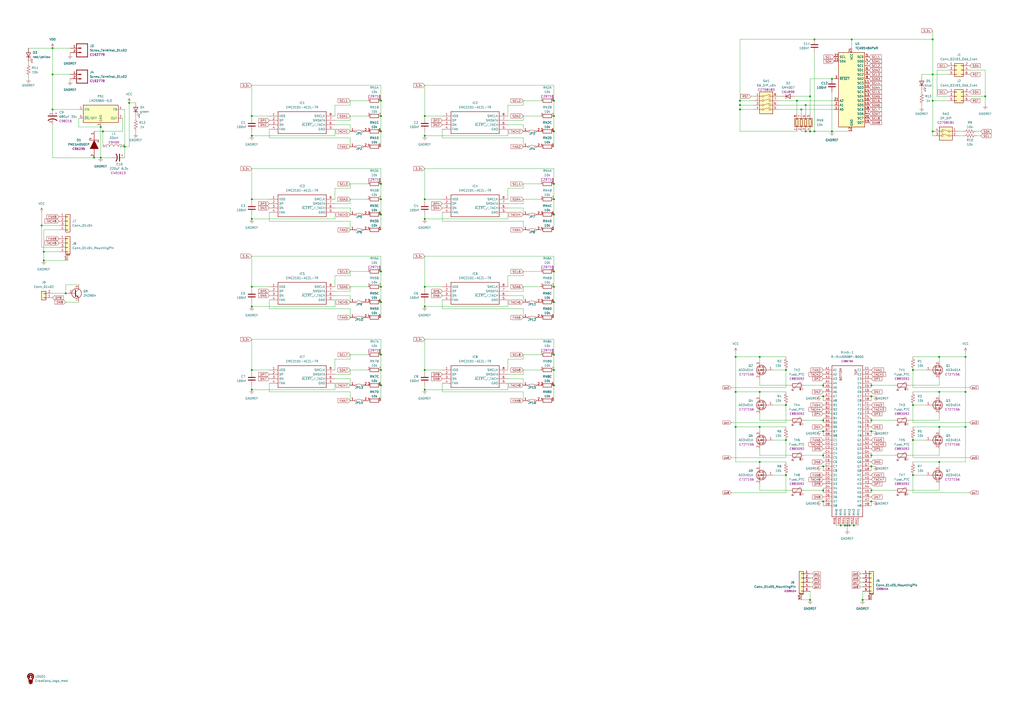
<source format=kicad_sch>
(kicad_sch (version 20211123) (generator eeschema)
  (paper "A2")
  (lib_symbols
    (symbol "Austins creations:12x12x8_inductor"
      (property "Reference" "L" (at 0 6.35 0))
      (property "Value" "12x12x8_inductor" (at 0 3.81 0))
      (symbol "12x12x8_inductor_1_1"
        (pin input line (at -6.35 0 0) (length 1.27) (name "1") (number "1"))
        (pin input line (at 6.35 0 180) (length 1.27) (name "2") (number "2"))
      )
    )
    (symbol "Austins creations:2P_DIP"
      (property "Reference" "SW" (at 0 10.16 0))
      (property "Value" "2P_DIP" (at 0 7.62 0))
      (property "part #" "C2758181" (at 0 5.08 0))
      (symbol "2P_DIP_1_1"
        (pin passive line (at -7.62 1.27 0) (length 5.08) (name "~") (number "1"))
        (pin passive line (at -7.62 -1.27 0) (length 5.08) (name "~") (number "2"))
        (pin passive line (at 7.62 -1.27 180) (length 5.08) (name "~") (number "3"))
        (pin passive line (at 7.62 1.27 180) (length 5.08) (name "~") (number "4"))
      )
    )
    (symbol "Austins creations:2pinblock"
      (property "Reference" "ST" (at -7.62 2.54 0))
      (property "Value" "2pinblock" (at -7.62 0 0))
      (property "part #" "C192779" (at -7.62 -2.54 0))
      (symbol "2pinblock_1_0"
        (pin bidirectional line (at 7.62 -1.27 180) (length 5.08) (name "1") (number "1"))
        (pin bidirectional line (at 7.62 1.27 180) (length 5.08) (name "2") (number "2"))
      )
    )
    (symbol "Austins creations:4P_DIP"
      (property "Reference" "SW" (at 0 12.7 0))
      (property "Value" "4P_DIP" (at 0 10.16 0))
      (property "part #" "C2758183" (at 0 7.62 0))
      (symbol "4P_DIP_1_1"
        (pin passive line (at -7.62 3.81 0) (length 5.08) (name "~") (number "1"))
        (pin passive line (at -7.62 1.27 0) (length 5.08) (name "~") (number "2"))
        (pin passive line (at -7.62 -1.27 0) (length 5.08) (name "~") (number "3"))
        (pin passive line (at -7.62 -3.81 0) (length 5.08) (name "~") (number "4"))
        (pin passive line (at 7.62 -3.81 180) (length 5.08) (name "~") (number "5"))
        (pin passive line (at 7.62 -1.27 180) (length 5.08) (name "~") (number "6"))
        (pin passive line (at 7.62 1.27 180) (length 5.08) (name "~") (number "7"))
        (pin passive line (at 7.62 3.81 180) (length 5.08) (name "~") (number "8"))
      )
    )
    (symbol "Austins creations:680uF 35v"
      (property "Reference" "C" (at 0 16.51 0))
      (property "Value" "680uF 35v" (at 0 13.97 0))
      (property "part #" "C98216" (at 0 11.43 0))
      (symbol "680uF 35v_1_1"
        (pin passive line (at 0 3.81 270) (length 2.54) (name "~") (number "1"))
        (pin passive line (at 0 -3.81 90) (length 3.302) (name "~") (number "2"))
      )
    )
    (symbol "Austins creations:EMC2101-ACZL-TR"
      (property "Reference" "IC" (at 0 10.16 0))
      (property "Value" "EMC2101-ACZL-TR" (at 0 7.62 0))
      (symbol "EMC2101-ACZL-TR_1_0"
        (pin power_in line (at -19.05 3.81 0) (length 5.08) (name "VDD") (number "1"))
        (pin input line (at -19.05 1.27 0) (length 5.08) (name "DP") (number "2"))
        (pin input line (at -19.05 -1.27 0) (length 5.08) (name "DN") (number "3"))
        (pin output line (at -19.05 -3.81 0) (length 5.08) (name "FAN") (number "4"))
        (pin power_in line (at 19.05 -3.81 180) (length 5.08) (name "GND") (number "5"))
        (pin bidirectional line (at 19.05 -1.27 180) (length 5.08) (name "~{ALERT_}/_TACH") (number "6"))
        (pin bidirectional line (at 19.05 1.27 180) (length 5.08) (name "SMDATA") (number "7"))
        (pin bidirectional line (at 19.05 3.81 180) (length 5.08) (name "SMCLK") (number "8"))
      )
    )
    (symbol "Austins creations:LM2596S"
      (property "Reference" "PS" (at 0 8.89 0))
      (property "Value" "LM2596S" (at 0 6.35 0))
      (symbol "LM2596S_1_1"
        (pin power_in line (at -12.7 2.54 0) (length 2.54) (name "VIN") (number "1"))
        (pin output line (at 12.7 -2.54 180) (length 2.54) (name "OUT") (number "2"))
        (pin power_in line (at 0 -7.62 90) (length 2.54) (name "GND") (number "3"))
        (pin input line (at 12.7 2.54 180) (length 2.54) (name "FB") (number "4"))
        (pin input line (at -12.7 -2.54 0) (length 2.54) (name "~{ON}/OFF") (number "5"))
      )
    )
    (symbol "Austins creations:PMEG4050EP"
      (property "Reference" "D" (at 0 8.89 0))
      (property "Value" "PMEG4050EP" (at 0 6.35 0))
      (property "part #" "C96235" (at 0 3.81 0))
      (symbol "PMEG4050EP_1_0"
        (pin bidirectional line (at -7.62 0 0) (length 2.54) (name "K") (number "1"))
        (pin bidirectional line (at 7.62 0 180) (length 2.54) (name "A") (number "2"))
      )
    )
    (symbol "Austins creations:R-RJ45R08P-8000"
      (property "Reference" "RJ45-" (at 0 3.81 0))
      (property "Value" "R-RJ45R08P-8000" (at 0 1.27 0))
      (symbol "R-RJ45R08P-8000_0_0"
        (text "BOTTOM" (at -3.81 -7.62 900) (effects (font (size 1.27 1.27))))
        (text "TOP" (at 5.08 -6.35 900) (effects (font (size 1.27 1.27))))
      )
      (symbol "R-RJ45R08P-8000_1_0"
        (pin bidirectional line (at -13.97 -5.08 0) (length 5.08) (name "A1") (number "A1"))
        (pin bidirectional line (at -13.97 -7.62 0) (length 5.08) (name "A2") (number "A2"))
        (pin bidirectional line (at -13.97 -10.16 0) (length 5.08) (name "A3") (number "A3"))
        (pin bidirectional line (at -13.97 -12.7 0) (length 5.08) (name "A4") (number "A4"))
        (pin bidirectional line (at -13.97 -15.24 0) (length 5.08) (name "A5") (number "A5"))
        (pin bidirectional line (at -13.97 -17.78 0) (length 5.08) (name "A6") (number "A6"))
        (pin bidirectional line (at -13.97 -20.32 0) (length 5.08) (name "A7") (number "A7"))
        (pin bidirectional line (at -13.97 -22.86 0) (length 5.08) (name "A8") (number "A8"))
        (pin bidirectional line (at -13.97 -25.4 0) (length 5.08) (name "B1") (number "B1"))
        (pin bidirectional line (at -13.97 -27.94 0) (length 5.08) (name "B2") (number "B2"))
        (pin bidirectional line (at -13.97 -30.48 0) (length 5.08) (name "B3") (number "B3"))
        (pin bidirectional line (at -13.97 -33.02 0) (length 5.08) (name "B4") (number "B4"))
        (pin bidirectional line (at -13.97 -35.56 0) (length 5.08) (name "B5") (number "B5"))
        (pin bidirectional line (at -13.97 -38.1 0) (length 5.08) (name "B6") (number "B6"))
        (pin bidirectional line (at -13.97 -40.64 0) (length 5.08) (name "B7") (number "B7"))
        (pin bidirectional line (at -13.97 -43.18 0) (length 5.08) (name "B8") (number "B8"))
        (pin bidirectional line (at -13.97 -45.72 0) (length 5.08) (name "C1") (number "C1"))
        (pin bidirectional line (at -13.97 -48.26 0) (length 5.08) (name "C2") (number "C2"))
        (pin bidirectional line (at -13.97 -50.8 0) (length 5.08) (name "C3") (number "C3"))
        (pin bidirectional line (at -13.97 -53.34 0) (length 5.08) (name "C4") (number "C4"))
        (pin bidirectional line (at -13.97 -55.88 0) (length 5.08) (name "C5") (number "C5"))
        (pin bidirectional line (at -13.97 -58.42 0) (length 5.08) (name "C6") (number "C6"))
        (pin bidirectional line (at -13.97 -60.96 0) (length 5.08) (name "C7") (number "C7"))
        (pin bidirectional line (at -13.97 -63.5 0) (length 5.08) (name "C8") (number "C8"))
        (pin bidirectional line (at -13.97 -66.04 0) (length 5.08) (name "D1") (number "D1"))
        (pin bidirectional line (at -13.97 -68.58 0) (length 5.08) (name "D2") (number "D2"))
        (pin bidirectional line (at -13.97 -71.12 0) (length 5.08) (name "D3") (number "D3"))
        (pin bidirectional line (at -13.97 -73.66 0) (length 5.08) (name "D4") (number "D4"))
        (pin bidirectional line (at -13.97 -76.2 0) (length 5.08) (name "D5") (number "D5"))
        (pin bidirectional line (at -13.97 -78.74 0) (length 5.08) (name "D6") (number "D6"))
        (pin bidirectional line (at -13.97 -81.28 0) (length 5.08) (name "D7") (number "D7"))
        (pin bidirectional line (at -13.97 -83.82 0) (length 5.08) (name "D8") (number "D8"))
        (pin bidirectional line (at 13.97 -5.08 180) (length 5.08) (name "E1") (number "E1"))
        (pin bidirectional line (at 13.97 -7.62 180) (length 5.08) (name "E2") (number "E2"))
        (pin bidirectional line (at 13.97 -10.16 180) (length 5.08) (name "E3") (number "E3"))
        (pin bidirectional line (at 13.97 -12.7 180) (length 5.08) (name "E4") (number "E4"))
        (pin bidirectional line (at 13.97 -15.24 180) (length 5.08) (name "E5") (number "E5"))
        (pin bidirectional line (at 13.97 -17.78 180) (length 5.08) (name "E6") (number "E6"))
        (pin bidirectional line (at 13.97 -20.32 180) (length 5.08) (name "E7") (number "E7"))
        (pin bidirectional line (at 13.97 -22.86 180) (length 5.08) (name "E8") (number "E8"))
        (pin bidirectional line (at 13.97 -25.4 180) (length 5.08) (name "F1") (number "F1"))
        (pin bidirectional line (at 13.97 -27.94 180) (length 5.08) (name "F2") (number "F2"))
        (pin bidirectional line (at 13.97 -30.48 180) (length 5.08) (name "F3") (number "F3"))
        (pin bidirectional line (at 13.97 -33.02 180) (length 5.08) (name "F4") (number "F4"))
        (pin bidirectional line (at 13.97 -35.56 180) (length 5.08) (name "F5") (number "F5"))
        (pin bidirectional line (at 13.97 -38.1 180) (length 5.08) (name "F6") (number "F6"))
        (pin bidirectional line (at 13.97 -40.64 180) (length 5.08) (name "F7") (number "F7"))
        (pin bidirectional line (at 13.97 -43.18 180) (length 5.08) (name "F8") (number "F8"))
        (pin bidirectional line (at 13.97 -45.72 180) (length 5.08) (name "G1") (number "G1"))
        (pin bidirectional line (at 13.97 -48.26 180) (length 5.08) (name "G2") (number "G2"))
        (pin bidirectional line (at 13.97 -50.8 180) (length 5.08) (name "G3") (number "G3"))
        (pin bidirectional line (at 13.97 -53.34 180) (length 5.08) (name "G4") (number "G4"))
        (pin bidirectional line (at 13.97 -55.88 180) (length 5.08) (name "G5") (number "G5"))
        (pin bidirectional line (at 13.97 -58.42 180) (length 5.08) (name "G6") (number "G6"))
        (pin bidirectional line (at 13.97 -60.96 180) (length 5.08) (name "G7") (number "G7"))
        (pin bidirectional line (at 13.97 -63.5 180) (length 5.08) (name "G8") (number "G8"))
        (pin bidirectional line (at 13.97 -66.04 180) (length 5.08) (name "H1") (number "H1"))
        (pin bidirectional line (at 13.97 -68.58 180) (length 5.08) (name "H2") (number "H2"))
        (pin bidirectional line (at 13.97 -71.12 180) (length 5.08) (name "H3") (number "H3"))
        (pin bidirectional line (at 13.97 -73.66 180) (length 5.08) (name "H4") (number "H4"))
        (pin bidirectional line (at 13.97 -76.2 180) (length 5.08) (name "H5") (number "H5"))
        (pin bidirectional line (at 13.97 -78.74 180) (length 5.08) (name "H6") (number "H6"))
        (pin bidirectional line (at 13.97 -81.28 180) (length 5.08) (name "H7") (number "H7"))
        (pin bidirectional line (at 13.97 -83.82 180) (length 5.08) (name "H8") (number "H8"))
        (pin bidirectional line (at 6.35 -95.25 90) (length 5.08) (name "MH1") (number "MH1"))
        (pin bidirectional line (at 3.81 -95.25 90) (length 5.08) (name "MH2") (number "MH2"))
        (pin bidirectional line (at 1.27 -95.25 90) (length 5.08) (name "MH3") (number "MH3"))
        (pin bidirectional line (at -1.27 -95.25 90) (length 5.08) (name "MH4") (number "MH4"))
        (pin bidirectional line (at -3.81 -95.25 90) (length 5.08) (name "MH5") (number "MH5"))
        (pin bidirectional line (at -6.35 -95.25 90) (length 5.08) (name "MH6") (number "MH6"))
      )
    )
    (symbol "Connector_Generic:Conn_01x02" (pin_names (offset 1.016) hide)
      (property "Reference" "J" (at 0 2.54 0))
      (property "Value" "Conn_01x02" (at 0 -5.08 0))
      (symbol "Conn_01x02_1_1"
        (pin passive line (at -5.08 0 0) (length 3.81) (name "Pin_1") (number "1"))
        (pin passive line (at -5.08 -2.54 0) (length 3.81) (name "Pin_2") (number "2"))
      )
    )
    (symbol "Connector_Generic:Conn_01x04" (pin_names (offset 1.016) hide)
      (property "Reference" "J" (at 0 5.08 0))
      (property "Value" "Conn_01x04" (at 0 -7.62 0))
      (symbol "Conn_01x04_1_1"
        (pin passive line (at -5.08 2.54 0) (length 3.81) (name "Pin_1") (number "1"))
        (pin passive line (at -5.08 0 0) (length 3.81) (name "Pin_2") (number "2"))
        (pin passive line (at -5.08 -2.54 0) (length 3.81) (name "Pin_3") (number "3"))
        (pin passive line (at -5.08 -5.08 0) (length 3.81) (name "Pin_4") (number "4"))
      )
    )
    (symbol "Connector_Generic:Conn_02x03_Odd_Even" (pin_names (offset 1.016) hide)
      (property "Reference" "J" (at 1.27 5.08 0))
      (property "Value" "Conn_02x03_Odd_Even" (at 1.27 -5.08 0))
      (symbol "Conn_02x03_Odd_Even_1_1"
        (pin passive line (at -5.08 2.54 0) (length 3.81) (name "Pin_1") (number "1"))
        (pin passive line (at 7.62 2.54 180) (length 3.81) (name "Pin_2") (number "2"))
        (pin passive line (at -5.08 0 0) (length 3.81) (name "Pin_3") (number "3"))
        (pin passive line (at 7.62 0 180) (length 3.81) (name "Pin_4") (number "4"))
        (pin passive line (at -5.08 -2.54 0) (length 3.81) (name "Pin_5") (number "5"))
        (pin passive line (at 7.62 -2.54 180) (length 3.81) (name "Pin_6") (number "6"))
      )
    )
    (symbol "Connector_Generic_MountingPin:Conn_01x04_MountingPin" (pin_names (offset 1.016) hide)
      (property "Reference" "J" (at 0 5.08 0))
      (property "Value" "Conn_01x04_MountingPin" (at 1.27 -7.62 0))
      (symbol "Conn_01x04_MountingPin_1_1"
        (text "Mounting" (at 0 -6.731 0) (effects (font (size 0.381 0.381))))
        (pin passive line (at -5.08 2.54 0) (length 3.81) (name "Pin_1") (number "1"))
        (pin passive line (at -5.08 0 0) (length 3.81) (name "Pin_2") (number "2"))
        (pin passive line (at -5.08 -2.54 0) (length 3.81) (name "Pin_3") (number "3"))
        (pin passive line (at -5.08 -5.08 0) (length 3.81) (name "Pin_4") (number "4"))
        (pin passive line (at 0 -10.16 90) (length 3.048) (name "MountPin") (number "MP"))
      )
    )
    (symbol "Connector_Generic_MountingPin:Conn_01x05_MountingPin" (pin_names (offset 1.016) hide)
      (property "Reference" "J" (at 0 7.62 0))
      (property "Value" "Conn_01x05_MountingPin" (at 1.27 -7.62 0))
      (symbol "Conn_01x05_MountingPin_1_1"
        (text "Mounting" (at 0 -6.731 0) (effects (font (size 0.381 0.381))))
        (pin passive line (at -5.08 5.08 0) (length 3.81) (name "Pin_1") (number "1"))
        (pin passive line (at -5.08 2.54 0) (length 3.81) (name "Pin_2") (number "2"))
        (pin passive line (at -5.08 0 0) (length 3.81) (name "Pin_3") (number "3"))
        (pin passive line (at -5.08 -2.54 0) (length 3.81) (name "Pin_4") (number "4"))
        (pin passive line (at -5.08 -5.08 0) (length 3.81) (name "Pin_5") (number "5"))
        (pin passive line (at 0 -10.16 90) (length 3.048) (name "MountPin") (number "MP"))
      )
    )
    (symbol "Device:C" (pin_numbers hide) (pin_names (offset 0.254))
      (property "Reference" "C" (at 0.635 2.54 0))
      (property "Value" "C" (at 0.635 -2.54 0))
      (symbol "C_1_1"
        (pin passive line (at 0 3.81 270) (length 2.794) (name "~") (number "1"))
        (pin passive line (at 0 -3.81 90) (length 2.794) (name "~") (number "2"))
      )
    )
    (symbol "Device:C_Polarized_US" (pin_numbers hide) (pin_names (offset 0.254) hide)
      (property "Reference" "C" (at 0.635 2.54 0))
      (property "Value" "C_Polarized_US" (at 0.635 -2.54 0))
      (symbol "C_Polarized_US_1_1"
        (pin passive line (at 0 3.81 270) (length 2.794) (name "~") (number "1"))
        (pin passive line (at 0 -3.81 90) (length 3.302) (name "~") (number "2"))
      )
    )
    (symbol "Device:LED" (pin_numbers hide) (pin_names (offset 1.016) hide)
      (property "Reference" "D" (at 0 2.54 0))
      (property "Value" "LED" (at 0 -2.54 0))
      (symbol "LED_1_1"
        (pin passive line (at -3.81 0 0) (length 2.54) (name "K") (number "1"))
        (pin passive line (at 3.81 0 180) (length 2.54) (name "A") (number "2"))
      )
    )
    (symbol "Device:R_Pack04" (pin_names (offset 0) hide)
      (property "Reference" "RN" (at -7.62 0 90))
      (property "Value" "R_Pack04" (at 5.08 0 90))
      (symbol "R_Pack04_1_1"
        (pin passive line (at -5.08 -5.08 90) (length 2.54) (name "R1.1") (number "1"))
        (pin passive line (at -2.54 -5.08 90) (length 2.54) (name "R2.1") (number "2"))
        (pin passive line (at 0 -5.08 90) (length 2.54) (name "R3.1") (number "3"))
        (pin passive line (at 2.54 -5.08 90) (length 2.54) (name "R4.1") (number "4"))
        (pin passive line (at 2.54 5.08 270) (length 2.54) (name "R4.2") (number "5"))
        (pin passive line (at 0 5.08 270) (length 2.54) (name "R3.2") (number "6"))
        (pin passive line (at -2.54 5.08 270) (length 2.54) (name "R2.2") (number "7"))
        (pin passive line (at -5.08 5.08 270) (length 2.54) (name "R1.2") (number "8"))
      )
    )
    (symbol "Device:R_Pack04_Split" (pin_names (offset 0) hide)
      (property "Reference" "RN" (at 2.032 0 90))
      (property "Value" "R_Pack04_Split" (at 0 0 90))
      (symbol "R_Pack04_Split_1_1"
        (pin passive line (at 0 -3.81 90) (length 1.27) (name "R1.1") (number "1"))
        (pin passive line (at 0 3.81 270) (length 1.27) (name "R1.2") (number "8"))
      )
      (symbol "R_Pack04_Split_2_1"
        (pin passive line (at 0 -3.81 90) (length 1.27) (name "R2.1") (number "2"))
        (pin passive line (at 0 3.81 270) (length 1.27) (name "R2.2") (number "7"))
      )
      (symbol "R_Pack04_Split_3_1"
        (pin passive line (at 0 -3.81 90) (length 1.27) (name "R3.1") (number "3"))
        (pin passive line (at 0 3.81 270) (length 1.27) (name "R3.2") (number "6"))
      )
      (symbol "R_Pack04_Split_4_1"
        (pin passive line (at 0 -3.81 90) (length 1.27) (name "R4.1") (number "4"))
        (pin passive line (at 0 3.81 270) (length 1.27) (name "R4.2") (number "5"))
      )
    )
    (symbol "Device:R_US" (pin_numbers hide) (pin_names (offset 0))
      (property "Reference" "R" (at 2.54 0 90))
      (property "Value" "R_US" (at -2.54 0 90))
      (symbol "R_US_1_1"
        (pin passive line (at 0 3.81 270) (length 1.27) (name "~") (number "1"))
        (pin passive line (at 0 -3.81 90) (length 1.27) (name "~") (number "2"))
      )
    )
    (symbol "Device:Thermistor_PTC" (pin_numbers hide) (pin_names (offset 0))
      (property "Reference" "TH" (at -4.064 0 90))
      (property "Value" "Thermistor_PTC" (at 3.048 0 90))
      (symbol "Thermistor_PTC_1_1"
        (pin passive line (at 0 3.81 270) (length 1.27) (name "~") (number "1"))
        (pin passive line (at 0 -3.81 90) (length 1.27) (name "~") (number "2"))
      )
    )
    (symbol "Diode:SM4007" (pin_numbers hide) (pin_names (offset 1.016) hide)
      (property "Reference" "D" (at 0 2.54 0))
      (property "Value" "SM4007" (at 0 -2.54 0))
      (symbol "SM4007_1_1"
        (pin passive line (at -3.81 0 0) (length 2.54) (name "K") (number "1"))
        (pin passive line (at 3.81 0 180) (length 2.54) (name "A") (number "2"))
      )
    )
    (symbol "Interface_Expansion:TCA9548APWR"
      (property "Reference" "U" (at -7.62 21.59 0))
      (property "Value" "TCA9548APWR" (at 1.016 21.59 0))
      (symbol "TCA9548APWR_1_1"
        (pin input line (at -10.16 -12.7 0) (length 2.54) (name "A0") (number "1"))
        (pin bidirectional line (at 10.16 0 180) (length 2.54) (name "SD3") (number "10"))
        (pin output line (at 10.16 2.54 180) (length 2.54) (name "SC3") (number "11"))
        (pin power_in line (at 0 -25.4 90) (length 2.54) (name "GND") (number "12"))
        (pin bidirectional line (at 10.16 -5.08 180) (length 2.54) (name "SD4") (number "13"))
        (pin output line (at 10.16 -2.54 180) (length 2.54) (name "SC4") (number "14"))
        (pin bidirectional line (at 10.16 -10.16 180) (length 2.54) (name "SD5") (number "15"))
        (pin output line (at 10.16 -7.62 180) (length 2.54) (name "SC5") (number "16"))
        (pin bidirectional line (at 10.16 -15.24 180) (length 2.54) (name "SD6") (number "17"))
        (pin output line (at 10.16 -12.7 180) (length 2.54) (name "SC6") (number "18"))
        (pin bidirectional line (at 10.16 -20.32 180) (length 2.54) (name "SD7") (number "19"))
        (pin input line (at -10.16 -10.16 0) (length 2.54) (name "A1") (number "2"))
        (pin output line (at 10.16 -17.78 180) (length 2.54) (name "SC7") (number "20"))
        (pin input line (at -10.16 -7.62 0) (length 2.54) (name "A2") (number "21"))
        (pin input line (at -10.16 17.78 0) (length 2.54) (name "SCL") (number "22"))
        (pin bidirectional line (at -10.16 15.24 0) (length 2.54) (name "SDA") (number "23"))
        (pin power_in line (at 0 22.86 270) (length 2.54) (name "VCC") (number "24"))
        (pin input line (at -10.16 5.08 0) (length 2.54) (name "~{RESET}") (number "3"))
        (pin bidirectional line (at 10.16 15.24 180) (length 2.54) (name "SD0") (number "4"))
        (pin output line (at 10.16 17.78 180) (length 2.54) (name "SC0") (number "5"))
        (pin bidirectional line (at 10.16 10.16 180) (length 2.54) (name "SD1") (number "6"))
        (pin output line (at 10.16 12.7 180) (length 2.54) (name "SC1") (number "7"))
        (pin bidirectional line (at 10.16 5.08 180) (length 2.54) (name "SD2") (number "8"))
        (pin output line (at 10.16 7.62 180) (length 2.54) (name "SC2") (number "9"))
      )
    )
    (symbol "Jumper:Jumper_2_Bridged" (pin_names (offset 0) hide)
      (property "Reference" "JP" (at 0 1.905 0))
      (property "Value" "Jumper_2_Bridged" (at 0 -2.54 0))
      (symbol "Jumper_2_Bridged_1_1"
        (pin passive line (at -5.08 0 0) (length 2.54) (name "A") (number "1"))
        (pin passive line (at 5.08 0 180) (length 2.54) (name "B") (number "2"))
      )
    )
    (symbol "Transistor_BJT:2N3904" (pin_names (offset 0) hide)
      (property "Reference" "Q" (at 5.08 1.905 0))
      (property "Value" "2N3904" (at 5.08 0 0))
      (symbol "2N3904_1_1"
        (pin passive line (at 2.54 -5.08 90) (length 2.54) (name "E") (number "1"))
        (pin passive line (at -5.08 0 0) (length 5.715) (name "B") (number "2"))
        (pin passive line (at 2.54 5.08 270) (length 2.54) (name "C") (number "3"))
      )
    )
    (symbol "Transistor_FET:AO3401A" (pin_names hide)
      (property "Reference" "Q" (at 5.08 1.905 0))
      (property "Value" "AO3401A" (at 5.08 0 0))
      (symbol "AO3401A_1_1"
        (pin input line (at -5.08 0 0) (length 2.54) (name "G") (number "1"))
        (pin passive line (at 2.54 -5.08 90) (length 2.54) (name "S") (number "2"))
        (pin passive line (at 2.54 5.08 270) (length 2.54) (name "D") (number "3"))
      )
    )
    (symbol "logos:Creations_logo_med"
      (property "Reference" "LOGO" (at 0 6.35 0))
      (property "Value" "Creations_logo_med" (at 0 3.81 0))
    )
    (symbol "power:GNDREF" (power) (pin_names (offset 0))
      (property "Value" "GNDREF" (at 0 -3.81 0))
      (symbol "GNDREF_1_1"
        (pin power_in line (at 0 0 270) (length 0) hide (name "GNDREF") (number "1"))
      )
    )
    (symbol "power:VCC" (power) (pin_names (offset 0))
      (property "Value" "VCC" (at 0 3.81 0))
      (symbol "VCC_1_1"
        (pin power_in line (at 0 0 90) (length 0) hide (name "VCC") (number "1"))
      )
    )
    (symbol "power:VDD" (power) (pin_names (offset 0))
      (property "Value" "VDD" (at 0 3.81 0))
      (symbol "VDD_1_1"
        (pin power_in line (at 0 0 90) (length 0) hide (name "VDD") (number "1"))
      )
    )
  )
  (junction (at 464.82 63.5))
  (junction (at 529.59 234.95))
  (junction (at 146.05 78.74))
  (junction (at 246.38 214.63))
  (junction (at 482.6 76.2))
  (junction (at 220.98 76.2))
  (junction (at 440.69 247.65))
  (junction (at 220.98 157.48))
  (junction (at 505.46 223.52))
  (junction (at 505.46 264.16))
  (junction (at 220.98 214.63))
  (junction (at 544.83 247.65))
  (junction (at 541.02 22.86))
  (junction (at 146.05 67.31))
  (junction (at 462.28 58.42))
  (junction (at 146.05 226.06))
  (junction (at 505.46 243.84))
  (junction (at 490.22 304.8))
  (junction (at 477.52 229.87))
  (junction (at 544.83 207.01))
  (junction (at 494.03 22.86))
  (junction (at 220.98 58.42))
  (junction (at 246.38 67.31))
  (junction (at 455.93 255.27))
  (junction (at 541.02 43.18))
  (junction (at 529.59 255.27))
  (junction (at 505.46 284.48))
  (junction (at 220.98 205.74))
  (junction (at 469.9 55.88))
  (junction (at 571.5 55.88))
  (junction (at 455.93 214.63))
  (junction (at 529.59 275.59))
  (junction (at 146.05 214.63))
  (junction (at 505.46 250.19))
  (junction (at 30.48 27.94))
  (junction (at 426.72 227.33))
  (junction (at 58.42 73.66))
  (junction (at 321.31 76.2))
  (junction (at 541.02 76.2))
  (junction (at 477.52 264.16))
  (junction (at 560.07 247.65))
  (junction (at 472.44 76.2))
  (junction (at 321.31 223.52))
  (junction (at 321.31 157.48))
  (junction (at 246.38 78.74))
  (junction (at 54.61 91.44))
  (junction (at 321.31 67.31))
  (junction (at 467.36 76.2))
  (junction (at 469.9 347.98))
  (junction (at 491.49 304.8))
  (junction (at 321.31 214.63))
  (junction (at 74.93 59.69))
  (junction (at 544.83 227.33))
  (junction (at 146.05 177.8))
  (junction (at 321.31 124.46))
  (junction (at 467.36 60.96))
  (junction (at 220.98 223.52))
  (junction (at 220.98 67.31))
  (junction (at 25.4 151.13))
  (junction (at 477.52 243.84))
  (junction (at 25.4 146.05))
  (junction (at 246.38 166.37))
  (junction (at 477.52 270.51))
  (junction (at 429.26 60.96))
  (junction (at 220.98 115.57))
  (junction (at 426.72 207.01))
  (junction (at 544.83 267.97))
  (junction (at 560.07 227.33))
  (junction (at 321.31 166.37))
  (junction (at 529.59 214.63))
  (junction (at 500.38 347.98))
  (junction (at 246.38 226.06))
  (junction (at 30.48 43.18))
  (junction (at 426.72 247.65))
  (junction (at 59.69 76.2))
  (junction (at 246.38 127))
  (junction (at 321.31 175.26))
  (junction (at 146.05 166.37))
  (junction (at 321.31 58.42))
  (junction (at 72.39 85.09))
  (junction (at 472.44 22.86))
  (junction (at 495.3 304.8))
  (junction (at 440.69 207.01))
  (junction (at 146.05 127))
  (junction (at 477.52 290.83))
  (junction (at 541.02 58.42))
  (junction (at 38.1 170.18))
  (junction (at 220.98 175.26))
  (junction (at 429.26 58.42))
  (junction (at 220.98 124.46))
  (junction (at 482.6 45.72))
  (junction (at 440.69 227.33))
  (junction (at 146.05 115.57))
  (junction (at 440.69 267.97))
  (junction (at 455.93 234.95))
  (junction (at 505.46 290.83))
  (junction (at 321.31 205.74))
  (junction (at 30.48 63.5))
  (junction (at 246.38 115.57))
  (junction (at 492.76 304.8))
  (junction (at 455.93 275.59))
  (junction (at 429.26 63.5))
  (junction (at 24.13 130.81))
  (junction (at 220.98 166.37))
  (junction (at 321.31 115.57))
  (junction (at 560.07 207.01))
  (junction (at 477.52 284.48))
  (junction (at 505.46 270.51))
  (junction (at 321.31 106.68))
  (junction (at 246.38 177.8))
  (junction (at 487.68 304.8))
  (junction (at 505.46 229.87))
  (junction (at 477.52 250.19))
  (junction (at 220.98 106.68))
  (junction (at 477.52 223.52))
  (junction (at 469.9 76.2))
  (junction (at 58.42 91.44))
  (wire (pts (xy 458.47 284.48) (xy 440.69 284.48)))
  (wire (pts (xy 203.2 106.68) (xy 213.36 106.68)))
  (wire (pts (xy 203.2 205.74) (xy 203.2 208.28)))
  (wire (pts (xy 246.38 214.63) (xy 246.38 215.9)))
  (wire (pts (xy 505.46 283.21) (xy 505.46 284.48)))
  (wire (pts (xy 72.39 85.09) (xy 72.39 91.44)))
  (wire (pts (xy 321.31 58.42) (xy 321.31 67.31)))
  (wire (pts (xy 321.31 58.42) (xy 321.31 49.53)))
  (wire (pts (xy 482.6 45.72) (xy 483.87 45.72)))
  (wire (pts (xy 146.05 223.52) (xy 146.05 226.06)))
  (wire (pts (xy 467.36 60.96) (xy 467.36 66.04)))
  (wire (pts (xy 429.26 60.96) (xy 436.88 60.96)))
  (wire (pts (xy 203.2 115.57) (xy 203.2 118.11)))
  (wire (pts (xy 294.64 118.11) (xy 303.53 118.11)))
  (wire (pts (xy 74.93 59.69) (xy 78.74 59.69)))
  (wire (pts (xy 455.93 207.01) (xy 440.69 207.01)))
  (wire (pts (xy 556.26 76.2) (xy 558.8 76.2)))
  (wire (pts (xy 156.21 179.07) (xy 203.2 179.07)))
  (wire (pts (xy 440.69 280.67) (xy 440.69 284.48)))
  (wire (pts (xy 529.59 255.27) (xy 529.59 265.43)))
  (wire (pts (xy 529.59 214.63) (xy 529.59 224.79)))
  (wire (pts (xy 543.56 55.88) (xy 549.91 55.88)))
  (wire (pts (xy 505.46 223.52) (xy 505.46 224.79)))
  (wire (pts (xy 30.48 91.44) (xy 54.61 91.44)))
  (wire (pts (xy 321.31 214.63) (xy 321.31 223.52)))
  (wire (pts (xy 529.59 285.75) (xy 562.61 285.75)))
  (wire (pts (xy 500.38 342.9) (xy 500.38 347.98)))
  (wire (pts (xy 492.76 304.8) (xy 495.3 304.8)))
  (wire (pts (xy 156.21 123.19) (xy 156.21 128.27)))
  (wire (pts (xy 146.05 226.06) (xy 194.31 226.06)))
  (wire (pts (xy 194.31 219.71) (xy 203.2 219.71)))
  (wire (pts (xy 16.51 27.94) (xy 30.48 27.94)))
  (wire (pts (xy 203.2 120.65) (xy 203.2 124.46)))
  (wire (pts (xy 303.53 214.63) (xy 313.69 214.63)))
  (wire (pts (xy 566.42 76.2) (xy 568.96 76.2)))
  (wire (pts (xy 303.53 106.68) (xy 313.69 106.68)))
  (wire (pts (xy 529.59 245.11) (xy 562.61 245.11)))
  (wire (pts (xy 194.31 214.63) (xy 194.31 208.28)))
  (wire (pts (xy 303.53 120.65) (xy 303.53 124.46)))
  (wire (pts (xy 146.05 78.74) (xy 194.31 78.74)))
  (wire (pts (xy 303.53 166.37) (xy 303.53 168.91)))
  (wire (pts (xy 466.09 223.52) (xy 477.52 223.52)))
  (wire (pts (xy 294.64 226.06) (xy 294.64 222.25)))
  (wire (pts (xy 220.98 166.37) (xy 220.98 175.26)))
  (wire (pts (xy 529.59 224.79) (xy 562.61 224.79)))
  (wire (pts (xy 519.43 284.48) (xy 505.46 284.48)))
  (wire (pts (xy 424.18 265.43) (xy 455.93 265.43)))
  (wire (pts (xy 455.93 214.63) (xy 448.31 214.63)))
  (wire (pts (xy 321.31 97.79) (xy 246.38 97.79)))
  (wire (pts (xy 203.2 80.01) (xy 203.2 85.09)))
  (wire (pts (xy 458.47 264.16) (xy 440.69 264.16)))
  (wire (pts (xy 74.93 85.09) (xy 72.39 85.09)))
  (wire (pts (xy 294.64 214.63) (xy 294.64 208.28)))
  (wire (pts (xy 256.54 128.27) (xy 303.53 128.27)))
  (wire (pts (xy 146.05 196.85) (xy 146.05 214.63)))
  (wire (pts (xy 246.38 166.37) (xy 246.38 167.64)))
  (wire (pts (xy 440.69 219.71) (xy 440.69 223.52)))
  (wire (pts (xy 71.12 76.2) (xy 71.12 68.58)))
  (wire (pts (xy 527.05 223.52) (xy 544.83 223.52)))
  (wire (pts (xy 474.98 270.51) (xy 477.52 270.51)))
  (wire (pts (xy 220.98 58.42) (xy 220.98 49.53)))
  (wire (pts (xy 424.18 285.75) (xy 455.93 285.75)))
  (wire (pts (xy 469.9 340.36) (xy 471.17 340.36)))
  (wire (pts (xy 541.02 58.42) (xy 549.91 58.42)))
  (wire (pts (xy 156.21 227.33) (xy 203.2 227.33)))
  (wire (pts (xy 544.83 207.01) (xy 544.83 209.55)))
  (wire (pts (xy 321.31 115.57) (xy 321.31 124.46)))
  (wire (pts (xy 220.98 49.53) (xy 146.05 49.53)))
  (wire (pts (xy 455.93 234.95) (xy 455.93 245.11)))
  (wire (pts (xy 491.49 307.34) (xy 491.49 304.8)))
  (wire (pts (xy 30.48 72.39) (xy 30.48 91.44)))
  (wire (pts (xy 477.52 242.57) (xy 477.52 243.84)))
  (wire (pts (xy 321.31 106.68) (xy 321.31 115.57)))
  (wire (pts (xy 220.98 76.2) (xy 220.98 85.09)))
  (wire (pts (xy 455.93 255.27) (xy 455.93 265.43)))
  (wire (pts (xy 16.51 44.45) (xy 16.51 45.72)))
  (wire (pts (xy 455.93 227.33) (xy 440.69 227.33)))
  (wire (pts (xy 499.11 340.36) (xy 500.38 340.36)))
  (wire (pts (xy 203.2 72.39) (xy 203.2 76.2)))
  (wire (pts (xy 541.02 58.42) (xy 541.02 76.2)))
  (wire (pts (xy 461.01 55.88) (xy 469.9 55.88)))
  (wire (pts (xy 40.64 45.72) (xy 40.64 46.99)))
  (wire (pts (xy 303.53 58.42) (xy 303.53 60.96)))
  (wire (pts (xy 466.09 243.84) (xy 477.52 243.84)))
  (wire (pts (xy 220.98 124.46) (xy 220.98 133.35)))
  (wire (pts (xy 203.2 157.48) (xy 203.2 160.02)))
  (wire (pts (xy 541.02 43.18) (xy 541.02 22.86)))
  (wire (pts (xy 426.72 247.65) (xy 440.69 247.65)))
  (wire (pts (xy 146.05 76.2) (xy 146.05 78.74)))
  (wire (pts (xy 452.12 55.88) (xy 453.39 55.88)))
  (wire (pts (xy 203.2 166.37) (xy 213.36 166.37)))
  (wire (pts (xy 30.48 43.18) (xy 40.64 43.18)))
  (wire (pts (xy 458.47 223.52) (xy 440.69 223.52)))
  (wire (pts (xy 505.46 264.16) (xy 505.46 265.43)))
  (wire (pts (xy 194.31 115.57) (xy 194.31 109.22)))
  (wire (pts (xy 220.98 214.63) (xy 220.98 223.52)))
  (wire (pts (xy 529.59 207.01) (xy 544.83 207.01)))
  (wire (pts (xy 45.72 73.66) (xy 58.42 73.66)))
  (wire (pts (xy 246.38 124.46) (xy 246.38 127)))
  (wire (pts (xy 321.31 157.48) (xy 321.31 148.59)))
  (wire (pts (xy 455.93 255.27) (xy 448.31 255.27)))
  (wire (pts (xy 203.2 67.31) (xy 203.2 69.85)))
  (wire (pts (xy 562.61 40.64) (xy 571.5 40.64)))
  (wire (pts (xy 529.59 267.97) (xy 544.83 267.97)))
  (wire (pts (xy 505.46 284.48) (xy 505.46 285.75)))
  (wire (pts (xy 146.05 166.37) (xy 146.05 167.64)))
  (wire (pts (xy 426.72 267.97) (xy 440.69 267.97)))
  (wire (pts (xy 303.53 171.45) (xy 303.53 175.26)))
  (wire (pts (xy 429.26 60.96) (xy 429.26 63.5)))
  (wire (pts (xy 194.31 120.65) (xy 203.2 120.65)))
  (wire (pts (xy 321.31 166.37) (xy 321.31 175.26)))
  (wire (pts (xy 146.05 115.57) (xy 156.21 115.57)))
  (wire (pts (xy 505.46 229.87) (xy 508 229.87)))
  (wire (pts (xy 294.64 219.71) (xy 303.53 219.71)))
  (wire (pts (xy 194.31 127) (xy 194.31 123.19)))
  (wire (pts (xy 71.12 63.5) (xy 72.39 63.5)))
  (wire (pts (xy 203.2 171.45) (xy 203.2 175.26)))
  (wire (pts (xy 321.31 196.85) (xy 246.38 196.85)))
  (wire (pts (xy 246.38 115.57) (xy 256.54 115.57)))
  (wire (pts (xy 458.47 243.84) (xy 440.69 243.84)))
  (wire (pts (xy 494.03 22.86) (xy 541.02 22.86)))
  (wire (pts (xy 534.67 44.45) (xy 534.67 43.18)))
  (wire (pts (xy 560.07 267.97) (xy 544.83 267.97)))
  (wire (pts (xy 303.53 205.74) (xy 303.53 208.28)))
  (wire (pts (xy 203.2 115.57) (xy 213.36 115.57)))
  (wire (pts (xy 246.38 226.06) (xy 294.64 226.06)))
  (wire (pts (xy 246.38 196.85) (xy 246.38 214.63)))
  (wire (pts (xy 246.38 76.2) (xy 246.38 78.74)))
  (wire (pts (xy 294.64 115.57) (xy 294.64 109.22)))
  (wire (pts (xy 464.82 76.2) (xy 467.36 76.2)))
  (wire (pts (xy 45.72 68.58) (xy 45.72 73.66)))
  (wire (pts (xy 477.52 270.51) (xy 477.52 273.05)))
  (wire (pts (xy 303.53 72.39) (xy 303.53 76.2)))
  (wire (pts (xy 40.64 30.48) (xy 40.64 31.75)))
  (wire (pts (xy 203.2 205.74) (xy 213.36 205.74)))
  (wire (pts (xy 246.38 148.59) (xy 246.38 166.37)))
  (wire (pts (xy 303.53 58.42) (xy 313.69 58.42)))
  (wire (pts (xy 203.2 67.31) (xy 213.36 67.31)))
  (wire (pts (xy 534.67 60.96) (xy 534.67 62.23)))
  (wire (pts (xy 469.9 76.2) (xy 472.44 76.2)))
  (wire (pts (xy 321.31 205.74) (xy 321.31 214.63)))
  (wire (pts (xy 194.31 217.17) (xy 203.2 217.17)))
  (wire (pts (xy 38.1 175.26) (xy 45.72 175.26)))
  (wire (pts (xy 426.72 207.01) (xy 426.72 227.33)))
  (wire (pts (xy 571.5 55.88) (xy 571.5 40.64)))
  (wire (pts (xy 505.46 270.51) (xy 505.46 273.05)))
  (wire (pts (xy 203.2 166.37) (xy 203.2 168.91)))
  (wire (pts (xy 505.46 290.83) (xy 505.46 293.37)))
  (wire (pts (xy 294.64 168.91) (xy 303.53 168.91)))
  (wire (pts (xy 495.3 304.8) (xy 497.84 304.8)))
  (wire (pts (xy 303.53 60.96) (xy 294.64 60.96)))
  (wire (pts (xy 477.52 284.48) (xy 477.52 285.75)))
  (wire (pts (xy 220.98 97.79) (xy 146.05 97.79)))
  (wire (pts (xy 505.46 242.57) (xy 505.46 243.84)))
  (wire (pts (xy 156.21 173.99) (xy 156.21 179.07)))
  (wire (pts (xy 146.05 115.57) (xy 146.05 116.84)))
  (wire (pts (xy 59.69 76.2) (xy 71.12 76.2)))
  (wire (pts (xy 25.4 133.35) (xy 34.29 133.35)))
  (wire (pts (xy 156.21 222.25) (xy 156.21 227.33)))
  (wire (pts (xy 246.38 49.53) (xy 246.38 67.31)))
  (wire (pts (xy 220.98 115.57) (xy 220.98 124.46)))
  (wire (pts (xy 303.53 227.33) (xy 303.53 232.41)))
  (wire (pts (xy 505.46 250.19) (xy 508 250.19)))
  (wire (pts (xy 78.74 76.2) (xy 78.74 77.47)))
  (wire (pts (xy 303.53 106.68) (xy 303.53 109.22)))
  (wire (pts (xy 294.64 171.45) (xy 303.53 171.45)))
  (wire (pts (xy 474.98 290.83) (xy 477.52 290.83)))
  (wire (pts (xy 303.53 219.71) (xy 303.53 223.52)))
  (wire (pts (xy 220.98 58.42) (xy 220.98 67.31)))
  (wire (pts (xy 38.1 165.1) (xy 45.72 165.1)))
  (wire (pts (xy 440.69 247.65) (xy 440.69 250.19)))
  (wire (pts (xy 220.98 223.52) (xy 220.98 232.41)))
  (wire (pts (xy 246.38 214.63) (xy 256.54 214.63)))
  (wire (pts (xy 544.83 227.33) (xy 529.59 227.33)))
  (wire (pts (xy 156.21 128.27) (xy 203.2 128.27)))
  (wire (pts (xy 455.93 214.63) (xy 455.93 224.79)))
  (wire (pts (xy 541.02 22.86) (xy 541.02 17.78)))
  (wire (pts (xy 321.31 205.74) (xy 321.31 196.85)))
  (wire (pts (xy 544.83 267.97) (xy 544.83 270.51)))
  (wire (pts (xy 455.93 267.97) (xy 440.69 267.97)))
  (wire (pts (xy 505.46 270.51) (xy 508 270.51)))
  (wire (pts (xy 472.44 22.86) (xy 429.26 22.86)))
  (wire (pts (xy 203.2 128.27) (xy 203.2 133.35)))
  (wire (pts (xy 426.72 227.33) (xy 426.72 247.65)))
  (wire (pts (xy 469.9 332.74) (xy 471.17 332.74)))
  (wire (pts (xy 541.02 58.42) (xy 541.02 43.18)))
  (wire (pts (xy 303.53 67.31) (xy 313.69 67.31)))
  (wire (pts (xy 303.53 205.74) (xy 313.69 205.74)))
  (wire (pts (xy 529.59 275.59) (xy 529.59 285.75)))
  (wire (pts (xy 462.28 76.2) (xy 429.26 76.2)))
  (wire (pts (xy 294.64 166.37) (xy 294.64 160.02)))
  (wire (pts (xy 24.13 123.19) (xy 24.13 130.81)))
  (wire (pts (xy 220.98 205.74) (xy 220.98 196.85)))
  (wire (pts (xy 544.83 260.35) (xy 544.83 264.16)))
  (wire (pts (xy 246.38 175.26) (xy 246.38 177.8)))
  (wire (pts (xy 455.93 234.95) (xy 448.31 234.95)))
  (wire (pts (xy 256.54 222.25) (xy 256.54 227.33)))
  (wire (pts (xy 529.59 214.63) (xy 537.21 214.63)))
  (wire (pts (xy 194.31 72.39) (xy 203.2 72.39)))
  (wire (pts (xy 303.53 157.48) (xy 313.69 157.48)))
  (wire (pts (xy 30.48 27.94) (xy 30.48 43.18)))
  (wire (pts (xy 466.09 264.16) (xy 477.52 264.16)))
  (wire (pts (xy 303.53 214.63) (xy 303.53 217.17)))
  (wire (pts (xy 321.31 106.68) (xy 321.31 97.79)))
  (wire (pts (xy 529.59 275.59) (xy 537.21 275.59)))
  (wire (pts (xy 426.72 247.65) (xy 426.72 267.97)))
  (wire (pts (xy 469.9 45.72) (xy 469.9 55.88)))
  (wire (pts (xy 203.2 60.96) (xy 194.31 60.96)))
  (wire (pts (xy 560.07 247.65) (xy 560.07 267.97)))
  (wire (pts (xy 38.1 165.1) (xy 38.1 170.18)))
  (wire (pts (xy 571.5 55.88) (xy 571.5 60.96)))
  (wire (pts (xy 477.52 250.19) (xy 477.52 252.73)))
  (wire (pts (xy 543.56 40.64) (xy 549.91 40.64)))
  (wire (pts (xy 203.2 179.07) (xy 203.2 184.15)))
  (wire (pts (xy 505.46 223.52) (xy 519.43 223.52)))
  (wire (pts (xy 494.03 27.94) (xy 494.03 22.86)))
  (wire (pts (xy 440.69 267.97) (xy 440.69 270.51)))
  (wire (pts (xy 146.05 49.53) (xy 146.05 67.31)))
  (wire (pts (xy 303.53 208.28) (xy 294.64 208.28)))
  (wire (pts (xy 472.44 30.48) (xy 472.44 76.2)))
  (wire (pts (xy 194.31 177.8) (xy 194.31 173.99)))
  (wire (pts (xy 505.46 290.83) (xy 508 290.83)))
  (wire (pts (xy 482.6 53.34) (xy 482.6 76.2)))
  (wire (pts (xy 294.64 217.17) (xy 303.53 217.17)))
  (wire (pts (xy 529.59 234.95) (xy 529.59 245.11)))
  (wire (pts (xy 194.31 171.45) (xy 203.2 171.45)))
  (wire (pts (xy 455.93 247.65) (xy 440.69 247.65)))
  (wire (pts (xy 472.44 76.2) (xy 482.6 76.2)))
  (wire (pts (xy 303.53 115.57) (xy 313.69 115.57)))
  (wire (pts (xy 505.46 250.19) (xy 505.46 252.73)))
  (wire (pts (xy 544.83 243.84) (xy 544.83 240.03)))
  (wire (pts (xy 543.56 40.64) (xy 543.56 55.88)))
  (wire (pts (xy 560.07 227.33) (xy 560.07 247.65)))
  (wire (pts (xy 220.98 157.48) (xy 220.98 148.59)))
  (wire (pts (xy 246.38 223.52) (xy 246.38 226.06)))
  (wire (pts (xy 500.38 347.98) (xy 505.46 347.98)))
  (wire (pts (xy 505.46 243.84) (xy 519.43 243.84)))
  (wire (pts (xy 321.31 148.59) (xy 246.38 148.59)))
  (wire (pts (xy 220.98 196.85) (xy 146.05 196.85)))
  (wire (pts (xy 491.49 304.8) (xy 492.76 304.8)))
  (wire (pts (xy 256.54 179.07) (xy 303.53 179.07)))
  (wire (pts (xy 452.12 58.42) (xy 462.28 58.42)))
  (wire (pts (xy 203.2 208.28) (xy 194.31 208.28)))
  (wire (pts (xy 194.31 78.74) (xy 194.31 74.93)))
  (wire (pts (xy 469.9 342.9) (xy 469.9 347.98)))
  (wire (pts (xy 30.48 43.18) (xy 30.48 63.5)))
  (wire (pts (xy 494.03 22.86) (xy 472.44 22.86)))
  (wire (pts (xy 194.31 166.37) (xy 194.31 160.02)))
  (wire (pts (xy 294.64 127) (xy 294.64 123.19)))
  (wire (pts (xy 203.2 58.42) (xy 213.36 58.42)))
  (wire (pts (xy 203.2 109.22) (xy 194.31 109.22)))
  (wire (pts (xy 429.26 22.86) (xy 429.26 58.42)))
  (wire (pts (xy 477.52 222.25) (xy 477.52 223.52)))
  (wire (pts (xy 246.38 127) (xy 294.64 127)))
  (wire (pts (xy 566.42 78.74) (xy 568.96 78.74)))
  (wire (pts (xy 482.6 76.2) (xy 494.03 76.2)))
  (wire (pts (xy 505.46 229.87) (xy 505.46 232.41)))
  (wire (pts (xy 246.38 67.31) (xy 246.38 68.58)))
  (wire (pts (xy 469.9 76.2) (xy 467.36 76.2)))
  (wire (pts (xy 321.31 76.2) (xy 321.31 85.09)))
  (wire (pts (xy 74.93 59.69) (xy 74.93 85.09)))
  (wire (pts (xy 429.26 58.42) (xy 436.88 58.42)))
  (wire (pts (xy 534.67 43.18) (xy 541.02 43.18)))
  (wire (pts (xy 220.98 106.68) (xy 220.98 115.57)))
  (wire (pts (xy 541.02 43.18) (xy 549.91 43.18)))
  (wire (pts (xy 146.05 214.63) (xy 146.05 215.9)))
  (wire (pts (xy 246.38 67.31) (xy 256.54 67.31)))
  (wire (pts (xy 45.72 63.5) (xy 30.48 63.5)))
  (wire (pts (xy 321.31 49.53) (xy 246.38 49.53)))
  (wire (pts (xy 203.2 58.42) (xy 203.2 60.96)))
  (wire (pts (xy 435.61 55.88) (xy 436.88 55.88)))
  (wire (pts (xy 426.72 204.47) (xy 426.72 207.01)))
  (wire (pts (xy 220.98 175.26) (xy 220.98 184.15)))
  (wire (pts (xy 25.4 146.05) (xy 34.29 146.05)))
  (wire (pts (xy 203.2 219.71) (xy 203.2 223.52)))
  (wire (pts (xy 505.46 222.25) (xy 505.46 223.52)))
  (wire (pts (xy 246.38 97.79) (xy 246.38 115.57)))
  (wire (pts (xy 203.2 106.68) (xy 203.2 109.22)))
  (wire (pts (xy 220.98 67.31) (xy 220.98 76.2)))
  (wire (pts (xy 469.9 337.82) (xy 471.17 337.82)))
  (wire (pts (xy 519.43 264.16) (xy 505.46 264.16)))
  (wire (pts (xy 24.13 130.81) (xy 34.29 130.81)))
  (wire (pts (xy 156.21 80.01) (xy 203.2 80.01)))
  (wire (pts (xy 25.4 146.05) (xy 25.4 151.13)))
  (wire (pts (xy 321.31 67.31) (xy 321.31 76.2)))
  (wire (pts (xy 477.52 290.83) (xy 477.52 293.37)))
  (wire (pts (xy 560.07 204.47) (xy 560.07 207.01)))
  (wire (pts (xy 477.52 243.84) (xy 477.52 245.11)))
  (wire (pts (xy 146.05 175.26) (xy 146.05 177.8)))
  (wire (pts (xy 146.05 97.79) (xy 146.05 115.57)))
  (wire (pts (xy 194.31 69.85) (xy 203.2 69.85)))
  (wire (pts (xy 462.28 58.42) (xy 462.28 66.04)))
  (wire (pts (xy 455.93 275.59) (xy 448.31 275.59)))
  (wire (pts (xy 455.93 275.59) (xy 455.93 285.75)))
  (wire (pts (xy 25.4 133.35) (xy 25.4 146.05)))
  (wire (pts (xy 556.26 78.74) (xy 558.8 78.74)))
  (wire (pts (xy 440.69 240.03) (xy 440.69 243.84)))
  (wire (pts (xy 499.11 337.82) (xy 500.38 337.82)))
  (wire (pts (xy 562.61 55.88) (xy 571.5 55.88)))
  (wire (pts (xy 194.31 168.91) (xy 203.2 168.91)))
  (wire (pts (xy 303.53 80.01) (xy 303.53 85.09)))
  (wire (pts (xy 256.54 80.01) (xy 303.53 80.01)))
  (wire (pts (xy 256.54 123.19) (xy 256.54 128.27)))
  (wire (pts (xy 426.72 227.33) (xy 440.69 227.33)))
  (wire (pts (xy 58.42 73.66) (xy 58.42 91.44)))
  (wire (pts (xy 203.2 214.63) (xy 213.36 214.63)))
  (wire (pts (xy 527.05 243.84) (xy 544.83 243.84)))
  (wire (pts (xy 544.83 280.67) (xy 544.83 284.48)))
  (wire (pts (xy 541.02 76.2) (xy 541.02 78.74)))
  (wire (pts (xy 477.52 229.87) (xy 477.52 232.41)))
  (wire (pts (xy 303.53 109.22) (xy 294.64 109.22)))
  (wire (pts (xy 505.46 243.84) (xy 505.46 245.11)))
  (wire (pts (xy 467.36 60.96) (xy 483.87 60.96)))
  (wire (pts (xy 490.22 304.8) (xy 491.49 304.8)))
  (wire (pts (xy 220.98 148.59) (xy 146.05 148.59)))
  (wire (pts (xy 303.53 160.02) (xy 294.64 160.02)))
  (wire (pts (xy 220.98 106.68) (xy 220.98 97.79)))
  (wire (pts (xy 303.53 166.37) (xy 313.69 166.37)))
  (wire (pts (xy 544.83 207.01) (xy 560.07 207.01)))
  (wire (pts (xy 466.09 284.48) (xy 477.52 284.48)))
  (wire (pts (xy 534.67 52.07) (xy 534.67 53.34)))
  (wire (pts (xy 303.53 157.48) (xy 303.53 160.02)))
  (wire (pts (xy 72.39 63.5) (xy 72.39 85.09)))
  (wire (pts (xy 25.4 151.13) (xy 39.37 151.13)))
  (wire (pts (xy 146.05 124.46) (xy 146.05 127)))
  (wire (pts (xy 24.13 130.81) (xy 24.13 143.51)))
  (wire (pts (xy 256.54 74.93) (xy 256.54 80.01)))
  (wire (pts (xy 544.83 247.65) (xy 544.83 250.19)))
  (wire (pts (xy 474.98 229.87) (xy 477.52 229.87)))
  (wire (pts (xy 30.48 170.18) (xy 38.1 170.18)))
  (wire (pts (xy 220.98 205.74) (xy 220.98 214.63)))
  (wire (pts (xy 424.18 224.79) (xy 455.93 224.79)))
  (wire (pts (xy 321.31 223.52) (xy 321.31 232.41)))
  (wire (pts (xy 246.38 177.8) (xy 294.64 177.8)))
  (wire (pts (xy 146.05 214.63) (xy 156.21 214.63)))
  (wire (pts (xy 303.53 179.07) (xy 303.53 184.15)))
  (wire (pts (xy 321.31 124.46) (xy 321.31 133.35)))
  (wire (pts (xy 477.52 264.16) (xy 477.52 265.43)))
  (wire (pts (xy 294.64 69.85) (xy 303.53 69.85)))
  (wire (pts (xy 485.14 304.8) (xy 487.68 304.8)))
  (wire (pts (xy 156.21 74.93) (xy 156.21 80.01)))
  (wire (pts (xy 294.64 72.39) (xy 303.53 72.39)))
  (wire (pts (xy 527.05 264.16) (xy 544.83 264.16)))
  (wire (pts (xy 146.05 67.31) (xy 156.21 67.31)))
  (wire (pts (xy 474.98 250.19) (xy 477.52 250.19)))
  (wire (pts (xy 256.54 227.33) (xy 303.53 227.33)))
  (wire (pts (xy 203.2 214.63) (xy 203.2 217.17)))
  (wire (pts (xy 469.9 335.28) (xy 471.17 335.28)))
  (wire (pts (xy 452.12 60.96) (xy 467.36 60.96)))
  (wire (pts (xy 54.61 91.44) (xy 58.42 91.44)))
  (wire (pts (xy 462.28 58.42) (xy 483.87 58.42)))
  (wire (pts (xy 562.61 265.43) (xy 529.59 265.43)))
  (wire (pts (xy 560.07 247.65) (xy 544.83 247.65)))
  (wire (pts (xy 321.31 157.48) (xy 321.31 166.37)))
  (wire (pts (xy 321.31 175.26) (xy 321.31 184.15)))
  (wire (pts (xy 505.46 262.89) (xy 505.46 264.16)))
  (wire (pts (xy 194.31 226.06) (xy 194.31 222.25)))
  (wire (pts (xy 146.05 127) (xy 194.31 127)))
  (wire (pts (xy 256.54 173.99) (xy 256.54 179.07)))
  (wire (pts (xy 424.18 245.11) (xy 455.93 245.11)))
  (wire (pts (xy 246.38 115.57) (xy 246.38 116.84)))
  (wire (pts (xy 529.59 234.95) (xy 537.21 234.95)))
  (wire (pts (xy 194.31 67.31) (xy 194.31 60.96)))
  (wire (pts (xy 294.64 120.65) (xy 303.53 120.65)))
  (wire (pts (xy 429.26 63.5) (xy 436.88 63.5)))
  (wire (pts (xy 429.26 60.96) (xy 429.26 58.42)))
  (wire (pts (xy 146.05 177.8) (xy 194.31 177.8)))
  (wire (pts (xy 464.82 347.98) (xy 469.9 347.98)))
  (wire (pts (xy 527.05 284.48) (xy 544.83 284.48)))
  (wire (pts (xy 477.52 264.16) (xy 477.52 262.89)))
  (wire (pts (xy 452.12 63.5) (xy 464.82 63.5)))
  (wire (pts (xy 544.83 219.71) (xy 544.83 223.52)))
  (wire (pts (xy 464.82 63.5) (xy 464.82 66.04)))
  (wire (pts (xy 440.69 207.01) (xy 426.72 207.01)))
  (wire (pts (xy 440.69 227.33) (xy 440.69 229.87)))
  (wire (pts (xy 469.9 45.72) (xy 482.6 45.72)))
  (wire (pts (xy 24.13 143.51) (xy 34.29 143.51)))
  (wire (pts (xy 220.98 157.48) (xy 220.98 166.37)))
  (wire (pts (xy 477.52 283.21) (xy 477.52 284.48)))
  (wire (pts (xy 499.11 335.28) (xy 500.38 335.28)))
  (wire (pts (xy 529.59 247.65) (xy 544.83 247.65)))
  (wire (pts (xy 16.51 35.56) (xy 16.51 36.83)))
  (wire (pts (xy 560.07 207.01) (xy 560.07 227.33)))
  (wire (pts (xy 544.83 227.33) (xy 544.83 229.87)))
  (wire (pts (xy 429.26 76.2) (xy 429.26 63.5)))
  (wire (pts (xy 303.53 67.31) (xy 303.53 69.85)))
  (wire (pts (xy 294.64 78.74) (xy 294.64 74.93)))
  (wire (pts (xy 78.74 67.31) (xy 78.74 68.58)))
  (wire (pts (xy 440.69 207.01) (xy 440.69 209.55)))
  (wire (pts (xy 30.48 63.5) (xy 30.48 64.77)))
  (wire (pts (xy 30.48 27.94) (xy 40.64 27.94)))
  (wire (pts (xy 464.82 63.5) (xy 483.87 63.5)))
  (wire (pts (xy 146.05 166.37) (xy 156.21 166.37)))
  (wire (pts (xy 203.2 160.02) (xy 194.31 160.02)))
  (wire (pts (xy 58.42 91.44) (xy 64.77 91.44)))
  (wire (pts (xy 203.2 227.33) (xy 203.2 232.41)))
  (wire (pts (xy 477.52 223.52) (xy 477.52 224.79)))
  (wire (pts (xy 294.64 67.31) (xy 294.64 60.96)))
  (wire (pts (xy 487.68 304.8) (xy 490.22 304.8)))
  (wire (pts (xy 194.31 118.11) (xy 203.2 118.11)))
  (wire (pts (xy 440.69 260.35) (xy 440.69 264.16)))
  (wire (pts (xy 54.61 76.2) (xy 59.69 76.2)))
  (wire (pts (xy 203.2 157.48) (xy 213.36 157.48)))
  (wire (pts (xy 499.11 332.74) (xy 500.38 332.74)))
  (wire (pts (xy 303.53 128.27) (xy 303.53 133.35)))
  (wire (pts (xy 246.38 166.37) (xy 256.54 166.37)))
  (wire (pts (xy 560.07 227.33) (xy 544.83 227.33)))
  (wire (pts (xy 59.69 85.09) (xy 59.69 76.2)))
  (wire (pts (xy 469.9 55.88) (xy 469.9 66.04)))
  (wire (pts (xy 246.38 78.74) (xy 294.64 78.74)))
  (wire (pts (xy 303.53 115.57) (xy 303.53 118.11)))
  (wire (pts (xy 294.64 177.8) (xy 294.64 173.99)))
  (wire (pts (xy 529.59 255.27) (xy 537.21 255.27)))
  (wire (pts (xy 146.05 148.59) (xy 146.05 166.37)))
  (wire (pts (xy 146.05 67.31) (xy 146.05 68.58)))
  (global_label "SDA8" (shape input) (at 303.53 214.63 180) (property "Intersheet References" "${INTERSHEET_REFS}" (effects hide)))
  (global_label "FAN1" (shape input) (at 505.46 214.63 0) (property "Intersheet References" "${INTERSHEET_REFS}" (effects hide)))
  (global_label "DN3" (shape input) (at 505.46 247.65 0) (property "Intersheet References" "${INTERSHEET_REFS}" (effects hide)))
  (global_label "FAN8" (shape input) (at 34.29 125.73 180) (property "Intersheet References" "${INTERSHEET_REFS}" (effects hide)))
  (global_label "pw3" (shape input) (at 471.17 337.82 0) (effects (font (size 1 1))) (property "Intersheet References" "${INTERSHEET_REFS}" (effects hide)))
  (global_label "3.3v" (shape input) (at 146.05 196.85 180) (property "Intersheet References" "${INTERSHEET_REFS}" (effects hide)))
  (global_label "SCL2" (shape input) (at 303.53 58.42 180) (property "Intersheet References" "${INTERSHEET_REFS}" (effects hide)))
  (global_label "pw4" (shape input) (at 424.18 245.11 180) (effects (font (size 1 1))) (property "Intersheet References" "${INTERSHEET_REFS}" (effects hide)))
  (global_label "FAN2" (shape input) (at 303.53 85.09 180) (property "Intersheet References" "${INTERSHEET_REFS}" (effects hide)))
  (global_label "TACH8" (shape input) (at 477.52 278.13 180) (property "Intersheet References" "${INTERSHEET_REFS}" (effects hide)))
  (global_label "FAN3" (shape input) (at 505.46 234.95 0) (property "Intersheet References" "${INTERSHEET_REFS}" (effects hide)))
  (global_label "DP7" (shape input) (at 156.21 217.17 180) (property "Intersheet References" "${INTERSHEET_REFS}" (effects hide)))
  (global_label "3.3v" (shape input) (at 246.38 148.59 180) (property "Intersheet References" "${INTERSHEET_REFS}" (effects hide)))
  (global_label "3.3v" (shape input) (at 146.05 148.59 180) (property "Intersheet References" "${INTERSHEET_REFS}" (effects hide)))
  (global_label "DP8" (shape input) (at 477.52 280.67 180) (property "Intersheet References" "${INTERSHEET_REFS}" (effects hide)))
  (global_label "FAN8" (shape input) (at 303.53 232.41 180) (property "Intersheet References" "${INTERSHEET_REFS}" (effects hide)))
  (global_label "SDA1" (shape input) (at 504.19 35.56 0) (property "Intersheet References" "${INTERSHEET_REFS}" (effects hide)))
  (global_label "SDA" (shape input) (at 562.61 53.34 0) (property "Intersheet References" "${INTERSHEET_REFS}" (effects hide)))
  (global_label "DP6" (shape input) (at 477.52 260.35 180) (property "Intersheet References" "${INTERSHEET_REFS}" (effects hide)))
  (global_label "FAN6" (shape input) (at 303.53 184.15 180) (property "Intersheet References" "${INTERSHEET_REFS}" (effects hide)))
  (global_label "DP6" (shape input) (at 256.54 168.91 180) (property "Intersheet References" "${INTERSHEET_REFS}" (effects hide)))
  (global_label "TACH6" (shape input) (at 303.53 175.26 180) (property "Intersheet References" "${INTERSHEET_REFS}" (effects hide)))
  (global_label "SCL5" (shape input) (at 504.19 53.34 0) (property "Intersheet References" "${INTERSHEET_REFS}" (effects hide)))
  (global_label "DN2" (shape input) (at 256.54 72.39 180) (property "Intersheet References" "${INTERSHEET_REFS}" (effects hide)))
  (global_label "DN1" (shape input) (at 156.21 72.39 180) (property "Intersheet References" "${INTERSHEET_REFS}" (effects hide)))
  (global_label "TACH5" (shape input) (at 505.46 257.81 0) (property "Intersheet References" "${INTERSHEET_REFS}" (effects hide)))
  (global_label "DN4" (shape input) (at 256.54 120.65 180) (property "Intersheet References" "${INTERSHEET_REFS}" (effects hide)))
  (global_label "RST" (shape input) (at 562.61 58.42 0) (property "Intersheet References" "${INTERSHEET_REFS}" (effects hide)))
  (global_label "RST" (shape input) (at 435.61 55.88 180) (property "Intersheet References" "${INTERSHEET_REFS}" (effects hide)))
  (global_label "TACH5" (shape input) (at 203.2 175.26 180) (property "Intersheet References" "${INTERSHEET_REFS}" (effects hide)))
  (global_label "TACH2" (shape input) (at 477.52 217.17 180) (property "Intersheet References" "${INTERSHEET_REFS}" (effects hide)))
  (global_label "TACH3" (shape input) (at 203.2 124.46 180) (property "Intersheet References" "${INTERSHEET_REFS}" (effects hide)))
  (global_label "pw2" (shape input) (at 471.17 335.28 0) (effects (font (size 1 1))) (property "Intersheet References" "${INTERSHEET_REFS}" (effects hide)))
  (global_label "SCL2" (shape input) (at 504.19 38.1 0) (property "Intersheet References" "${INTERSHEET_REFS}" (effects hide)))
  (global_label "3.3v" (shape input) (at 246.38 49.53 180) (property "Intersheet References" "${INTERSHEET_REFS}" (effects hide)))
  (global_label "SCL" (shape input) (at 568.96 78.74 0) (property "Intersheet References" "${INTERSHEET_REFS}" (effects hide)))
  (global_label "DP8" (shape input) (at 30.48 172.72 0) (property "Intersheet References" "${INTERSHEET_REFS}" (effects hide)))
  (global_label "SCL7" (shape input) (at 504.19 63.5 0) (property "Intersheet References" "${INTERSHEET_REFS}" (effects hide)))
  (global_label "SCL1" (shape input) (at 203.2 58.42 180) (property "Intersheet References" "${INTERSHEET_REFS}" (effects hide)))
  (global_label "DP2" (shape input) (at 256.54 69.85 180) (property "Intersheet References" "${INTERSHEET_REFS}" (effects hide)))
  (global_label "RST" (shape input) (at 562.61 43.18 0) (property "Intersheet References" "${INTERSHEET_REFS}" (effects hide)))
  (global_label "TACH7" (shape input) (at 505.46 278.13 0) (property "Intersheet References" "${INTERSHEET_REFS}" (effects hide)))
  (global_label "SDA3" (shape input) (at 203.2 115.57 180) (property "Intersheet References" "${INTERSHEET_REFS}" (effects hide)))
  (global_label "SCL3" (shape input) (at 203.2 106.68 180) (property "Intersheet References" "${INTERSHEET_REFS}" (effects hide)))
  (global_label "3.3v" (shape input) (at 246.38 97.79 180) (property "Intersheet References" "${INTERSHEET_REFS}" (effects hide)))
  (global_label "3.3v" (shape input) (at 246.38 196.85 180) (property "Intersheet References" "${INTERSHEET_REFS}" (effects hide)))
  (global_label "TACH1" (shape input) (at 203.2 76.2 180) (property "Intersheet References" "${INTERSHEET_REFS}" (effects hide)))
  (global_label "TACH3" (shape input) (at 505.46 237.49 0) (property "Intersheet References" "${INTERSHEET_REFS}" (effects hide)))
  (global_label "FAN7" (shape input) (at 203.2 232.41 180) (property "Intersheet References" "${INTERSHEET_REFS}" (effects hide)))
  (global_label "DP8" (shape input) (at 256.54 217.17 180) (property "Intersheet References" "${INTERSHEET_REFS}" (effects hide)))
  (global_label "SDA" (shape input) (at 568.96 76.2 0) (property "Intersheet References" "${INTERSHEET_REFS}" (effects hide)))
  (global_label "3.3v" (shape input) (at 146.05 97.79 180) (property "Intersheet References" "${INTERSHEET_REFS}" (effects hide)))
  (global_label "SCL" (shape input) (at 549.91 38.1 180) (property "Intersheet References" "${INTERSHEET_REFS}" (effects hide)))
  (global_label "SDA4" (shape input) (at 303.53 115.57 180) (property "Intersheet References" "${INTERSHEET_REFS}" (effects hide)))
  (global_label "SCL8" (shape input) (at 303.53 205.74 180) (property "Intersheet References" "${INTERSHEET_REFS}" (effects hide)))
  (global_label "SDA" (shape input) (at 562.61 38.1 0) (property "Intersheet References" "${INTERSHEET_REFS}" (effects hide)))
  (global_label "DN2" (shape input) (at 477.52 227.33 180) (property "Intersheet References" "${INTERSHEET_REFS}" (effects hide)))
  (global_label "pw7" (shape input) (at 499.11 337.82 180) (effects (font (size 1 1))) (property "Intersheet References" "${INTERSHEET_REFS}" (effects hide)))
  (global_label "DN6" (shape input) (at 256.54 171.45 180) (property "Intersheet References" "${INTERSHEET_REFS}" (effects hide)))
  (global_label "DP3" (shape input) (at 505.46 240.03 0) (property "Intersheet References" "${INTERSHEET_REFS}" (effects hide)))
  (global_label "DP7" (shape input) (at 505.46 280.67 0) (property "Intersheet References" "${INTERSHEET_REFS}" (effects hide)))
  (global_label "DP4" (shape input) (at 477.52 240.03 180) (property "Intersheet References" "${INTERSHEET_REFS}" (effects hide)))
  (global_label "SDA1" (shape input) (at 203.2 67.31 180) (property "Intersheet References" "${INTERSHEET_REFS}" (effects hide)))
  (global_label "FAN4" (shape input) (at 477.52 234.95 180) (property "Intersheet References" "${INTERSHEET_REFS}" (effects hide)))
  (global_label "pw7" (shape input) (at 562.61 285.75 0) (effects (font (size 1 1))) (property "Intersheet References" "${INTERSHEET_REFS}" (effects hide)))
  (global_label "pw3" (shape input) (at 562.61 245.11 0) (effects (font (size 1 1))) (property "Intersheet References" "${INTERSHEET_REFS}" (effects hide)))
  (global_label "SDA5" (shape input) (at 203.2 166.37 180) (property "Intersheet References" "${INTERSHEET_REFS}" (effects hide)))
  (global_label "SDA3" (shape input) (at 504.19 45.72 0) (property "Intersheet References" "${INTERSHEET_REFS}" (effects hide)))
  (global_label "SCL6" (shape input) (at 303.53 157.48 180) (property "Intersheet References" "${INTERSHEET_REFS}" (effects hide)))
  (global_label "DN5" (shape input) (at 156.21 171.45 180) (property "Intersheet References" "${INTERSHEET_REFS}" (effects hide)))
  (global_label "TACH2" (shape input) (at 303.53 76.2 180) (property "Intersheet References" "${INTERSHEET_REFS}" (effects hide)))
  (global_label "FAN3" (shape input) (at 203.2 133.35 180) (property "Intersheet References" "${INTERSHEET_REFS}" (effects hide)))
  (global_label "pw6" (shape input) (at 424.18 265.43 180) (effects (font (size 1 1))) (property "Intersheet References" "${INTERSHEET_REFS}" (effects hide)))
  (global_label "pw4" (shape input) (at 471.17 340.36 0) (effects (font (size 1 1))) (property "Intersheet References" "${INTERSHEET_REFS}" (effects hide)))
  (global_label "pw2" (shape input) (at 424.18 224.79 180) (effects (font (size 1 1))) (property "Intersheet References" "${INTERSHEET_REFS}" (effects hide)))
  (global_label "SDA7" (shape input) (at 203.2 214.63 180) (property "Intersheet References" "${INTERSHEET_REFS}" (effects hide)))
  (global_label "DN3" (shape input) (at 156.21 120.65 180) (property "Intersheet References" "${INTERSHEET_REFS}" (effects hide)))
  (global_label "SCL4" (shape input) (at 303.53 106.68 180) (property "Intersheet References" "${INTERSHEET_REFS}" (effects hide)))
  (global_label "TACH6" (shape input) (at 477.52 257.81 180) (property "Intersheet References" "${INTERSHEET_REFS}" (effects hide)))
  (global_label "SCL3" (shape input) (at 504.19 43.18 0) (property "Intersheet References" "${INTERSHEET_REFS}" (effects hide)))
  (global_label "TACH8" (shape input) (at 34.29 140.97 180) (property "Intersheet References" "${INTERSHEET_REFS}" (effects hide)))
  (global_label "SCL7" (shape input) (at 203.2 205.74 180) (property "Intersheet References" "${INTERSHEET_REFS}" (effects hide)))
  (global_label "pw5" (shape input) (at 562.61 265.43 0) (effects (font (size 1 1))) (property "Intersheet References" "${INTERSHEET_REFS}" (effects hide)))
  (global_label "TACH4" (shape input) (at 477.52 237.49 180) (property "Intersheet References" "${INTERSHEET_REFS}" (effects hide)))
  (global_label "SDA6" (shape input) (at 504.19 60.96 0) (property "Intersheet References" "${INTERSHEET_REFS}" (effects hide)))
  (global_label "DP4" (shape input) (at 256.54 118.11 180) (property "Intersheet References" "${INTERSHEET_REFS}" (effects hide)))
  (global_label "DN8" (shape input) (at 38.1 175.26 180) (property "Intersheet References" "${INTERSHEET_REFS}" (effects hide)))
  (global_label "SCL1" (shape input) (at 504.19 33.02 0) (property "Intersheet References" "${INTERSHEET_REFS}" (effects hide)))
  (global_label "DP1" (shape input) (at 156.21 69.85 180) (property "Intersheet References" "${INTERSHEET_REFS}" (effects hide)))
  (global_label "pw8" (shape input) (at 499.11 340.36 180) (effects (font (size 1 1))) (property "Intersheet References" "${INTERSHEET_REFS}" (effects hide)))
  (global_label "SCL5" (shape input) (at 203.2 157.48 180) (property "Intersheet References" "${INTERSHEET_REFS}" (effects hide)))
  (global_label "DN7" (shape input) (at 505.46 288.29 0) (property "Intersheet References" "${INTERSHEET_REFS}" (effects hide)))
  (global_label "SCL" (shape input) (at 483.87 33.02 180) (property "Intersheet References" "${INTERSHEET_REFS}" (effects hide)))
  (global_label "SDA" (shape input) (at 483.87 35.56 180) (property "Intersheet References" "${INTERSHEET_REFS}" (effects hide)))
  (global_label "FAN8" (shape input) (at 477.52 275.59 180) (property "Intersheet References" "${INTERSHEET_REFS}" (effects hide)))
  (global_label "TACH8" (shape input) (at 34.29 128.27 180) (property "Intersheet References" "${INTERSHEET_REFS}" (effects hide)))
  (global_label "FAN6" (shape input) (at 477.52 255.27 180) (property "Intersheet References" "${INTERSHEET_REFS}" (effects hide)))
  (global_label "pw8" (shape input) (at 424.18 285.75 180) (effects (font (size 1 1))) (property "Intersheet References" "${INTERSHEET_REFS}" (effects hide)))
  (global_label "SDA4" (shape input) (at 504.19 50.8 0) (property "Intersheet References" "${INTERSHEET_REFS}" (effects hide)))
  (global_label "3.3v" (shape input) (at 146.05 49.53 180) (property "Intersheet References" "${INTERSHEET_REFS}" (effects hide)))
  (global_label "pw1" (shape input) (at 471.17 332.74 0) (effects (font (size 1 1))) (property "Intersheet References" "${INTERSHEET_REFS}" (effects hide)))
  (global_label "FAN5" (shape input) (at 203.2 184.15 180) (property "Intersheet References" "${INTERSHEET_REFS}" (effects hide)))
  (global_label "SDA8" (shape input) (at 504.19 71.12 0) (property "Intersheet References" "${INTERSHEET_REFS}" (effects hide)))
  (global_label "DP1" (shape input) (at 505.46 219.71 0) (property "Intersheet References" "${INTERSHEET_REFS}" (effects hide)))
  (global_label "DN8" (shape input) (at 256.54 219.71 180) (property "Intersheet References" "${INTERSHEET_REFS}" (effects hide)))
  (global_label "FAN4" (shape input) (at 303.53 133.35 180) (property "Intersheet References" "${INTERSHEET_REFS}" (effects hide)))
  (global_label "DN6" (shape input) (at 477.52 267.97 180) (property "Intersheet References" "${INTERSHEET_REFS}" (effects hide)))
  (global_label "DP5" (shape input) (at 505.46 260.35 0) (property "Intersheet References" "${INTERSHEET_REFS}" (effects hide)))
  (global_label "DN7" (shape input) (at 156.21 219.71 180) (property "Intersheet References" "${INTERSHEET_REFS}" (effects hide)))
  (global_label "DP3" (shape input) (at 156.21 118.11 180) (property "Intersheet References" "${INTERSHEET_REFS}" (effects hide)))
  (global_label "FAN1" (shape input) (at 203.2 85.09 180) (property "Intersheet References" "${INTERSHEET_REFS}" (effects hide)))
  (global_label "FAN2" (shape input) (at 477.52 214.63 180) (property "Intersheet References" "${INTERSHEET_REFS}" (effects hide)))
  (global_label "SDA2" (shape input) (at 504.19 40.64 0) (property "Intersheet References" "${INTERSHEET_REFS}" (effects hide)))
  (global_label "FAN7" (shape input) (at 505.46 275.59 0) (property "Intersheet References" "${INTERSHEET_REFS}" (effects hide)))
  (global_label "SDA6" (shape input) (at 303.53 166.37 180) (property "Intersheet References" "${INTERSHEET_REFS}" (effects hide)))
  (global_label "TACH8" (shape input) (at 303.53 223.52 180) (property "Intersheet References" "${INTERSHEET_REFS}" (effects hide)))
  (global_label "TACH4" (shape input) (at 303.53 124.46 180) (property "Intersheet References" "${INTERSHEET_REFS}" (effects hide)))
  (global_label "SCL6" (shape input) (at 504.19 58.42 0) (property "Intersheet References" "${INTERSHEET_REFS}" (effects hide)))
  (global_label "pw1" (shape input) (at 562.61 224.79 0) (effects (font (size 1 1))) (property "Intersheet References" "${INTERSHEET_REFS}" (effects hide)))
  (global_label "DN1" (shape input) (at 505.46 227.33 0) (property "Intersheet References" "${INTERSHEET_REFS}" (effects hide)))
  (global_label "TACH7" (shape input) (at 203.2 223.52 180) (property "Intersheet References" "${INTERSHEET_REFS}" (effects hide)))
  (global_label "SCL8" (shape input) (at 504.19 68.58 0) (property "Intersheet References" "${INTERSHEET_REFS}" (effects hide)))
  (global_label "DN4" (shape input) (at 477.52 247.65 180) (property "Intersheet References" "${INTERSHEET_REFS}" (effects hide)))
  (global_label "SDA7" (shape input) (at 504.19 66.04 0) (property "Intersheet References" "${INTERSHEET_REFS}" (effects hide)))
  (global_label "TACH1" (shape input) (at 505.46 217.17 0) (property "Intersheet References" "${INTERSHEET_REFS}" (effects hide)))
  (global_label "DN8" (shape input) (at 477.52 288.29 180) (property "Intersheet References" "${INTERSHEET_REFS}" (effects hide)))
  (global_label "SCL4" (shape input) (at 504.19 48.26 0) (property "Intersheet References" "${INTERSHEET_REFS}" (effects hide)))
  (global_label "3.3v" (shape input) (at 541.02 17.78 180) (property "Intersheet References" "${INTERSHEET_REFS}" (effects hide)))
  (global_label "pw5" (shape input) (at 499.11 332.74 180) (effects (font (size 1 1))) (property "Intersheet References" "${INTERSHEET_REFS}" (effects hide)))
  (global_label "SDA2" (shape input) (at 303.53 67.31 180) (property "Intersheet References" "${INTERSHEET_REFS}" (effects hide)))
  (global_label "DN5" (shape input) (at 505.46 267.97 0) (property "Intersheet References" "${INTERSHEET_REFS}" (effects hide)))
  (global_label "FAN5" (shape input) (at 505.46 255.27 0) (property "Intersheet References" "${INTERSHEET_REFS}" (effects hide)))
  (global_label "DP5" (shape input) (at 156.21 168.91 180) (property "Intersheet References" "${INTERSHEET_REFS}" (effects hide)))
  (global_label "FAN8" (shape input) (at 34.29 138.43 180) (property "Intersheet References" "${INTERSHEET_REFS}" (effects hide)))
  (global_label "SDA5" (shape input) (at 504.19 55.88 0) (property "Intersheet References" "${INTERSHEET_REFS}" (effects hide)))
  (global_label "DP2" (shape input) (at 477.52 219.71 180) (property "Intersheet References" "${INTERSHEET_REFS}" (effects hide)))
  (global_label "pw6" (shape input) (at 499.11 335.28 180) (effects (font (size 1 1))) (property "Intersheet References" "${INTERSHEET_REFS}" (effects hide)))
  (global_label "SCL" (shape input) (at 549.91 53.34 180) (property "Intersheet References" "${INTERSHEET_REFS}" (effects hide)))
  (symbol (lib_id "Device:R_US") (at 455.93 231.14 0) (mirror x) (unit 1)
    (property "Reference" "R4" (at 453.39 229.8699 0) (effects (justify right)))
    (property "Value" "10k" (at 453.39 232.4099 0) (effects (justify right)))
    (property "Footprint" "Resistor_SMD:R_0603_1608Metric" (effects hide))
  )
  (symbol (lib_id "Austins creations:LM2596S") (at 58.42 66.04 0) (unit 1)
    (property "Reference" "PS1" (at 58.42 55.88 0))
    (property "Value" "LM2596S-5.0" (at 58.42 58.42 0))
    (property "Footprint" "Austins creations:LM2596S" (effects hide))
  )
  (symbol (lib_id "Device:LED") (at 78.74 63.5 90) (unit 1)
    (property "Reference" "D4" (at 82.55 62.23 90))
    (property "Value" "green" (at 83.82 64.77 90))
    (property "Footprint" "LED_SMD:LED_0603_1608Metric" (effects hide))
  )
  (symbol (lib_id "Device:LED") (at 534.67 48.26 90) (unit 1)
    (property "Reference" "D5" (at 538.48 46.99 90))
    (property "Value" "blue" (at 538.48 49.53 90))
    (property "Footprint" "LED_SMD:LED_0603_1608Metric" (effects hide))
  )
  (symbol (lib_id "Device:R_Pack04_Split") (at 317.5 175.26 270) (unit 3)
    (property "Reference" "RN6" (at 317.5 170.18 90))
    (property "Value" "10k" (at 317.5 172.72 90))
    (property "Footprint" "Resistor_SMD:R_Array_Convex_4x0603" (effects hide))
    (property "part #" "C12001" (effects hide))
  )
  (symbol (lib_id "Device:R_Pack04_Split") (at 217.17 205.74 270) (mirror x) (unit 1)
    (property "Reference" "RN7" (at 217.17 198.12 90))
    (property "Value" "10k" (at 217.17 200.66 90))
    (property "Footprint" "Resistor_SMD:R_Array_Convex_4x0603" (effects hide))
    (property "part #" "C29718" (at 217.17 203.2 90))
  )
  (symbol (lib_id "Austins creations:R-RJ45R08P-8000") (at 491.49 209.55 0) (unit 1)
    (property "Reference" "RJ45-1" (at 491.49 204.47 0))
    (property "Value" "R-RJ45R08P-8000" (at 491.49 207.01 0))
    (property "Footprint" "Austins creations:R-RJ45R08P-8000" (effects hide))
    (property "part #" "C386760" (at 491.49 209.55 0) (effects (font (size 1 1))))
  )
  (symbol (lib_id "Device:C") (at 246.38 171.45 0) (unit 1)
    (property "Reference" "C6" (at 240.03 170.18 0) (effects (justify left)))
    (property "Value" "100nf" (at 237.49 172.72 0) (effects (justify left)))
    (property "Footprint" "Capacitor_SMD:C_0603_1608Metric" (effects hide))
  )
  (symbol (lib_id "power:GNDREF") (at 534.67 62.23 0) (unit 1)
    (property "Reference" "#PWR03" (effects hide))
    (property "Value" "GND" (at 534.67 66.04 0))
  )
  (symbol (lib_id "Device:Thermistor_PTC") (at 462.28 284.48 90) (unit 1)
    (property "Reference" "TH8" (at 462.28 275.59 90))
    (property "Value" "Fuse_PTC" (at 462.28 278.13 90))
    (property "Footprint" "Resistor_SMD:R_0603_1608Metric" (effects hide))
    (property "part #" "C883092" (at 462.28 280.67 90))
  )
  (symbol (lib_id "Austins creations:4P_DIP") (at 444.5 59.69 0) (unit 1)
    (property "Reference" "SW1" (at 444.5 46.99 0))
    (property "Value" "SW_DIP_x04" (at 444.5 49.53 0))
    (property "Footprint" "Austins creations:4P_DIP" (effects hide))
    (property "part #" "C2758183" (at 444.5 52.07 0))
  )
  (symbol (lib_id "Device:R_Pack04_Split") (at 317.5 133.35 270) (mirror x) (unit 4)
    (property "Reference" "RN4" (at 317.5 128.27 90))
    (property "Value" "10k" (at 317.5 130.81 90))
    (property "Footprint" "Resistor_SMD:R_Array_Convex_4x0603" (effects hide))
    (property "part #" "C12001" (effects hide))
  )
  (symbol (lib_id "power:VCC") (at 426.72 204.47 0) (unit 1)
    (property "Reference" "#PWR0102" (effects hide))
    (property "Value" "VCC" (at 426.72 199.39 0))
  )
  (symbol (lib_id "Device:Thermistor_PTC") (at 523.24 264.16 90) (unit 1)
    (property "Reference" "TH5" (at 523.24 255.27 90))
    (property "Value" "Fuse_PTC" (at 523.24 257.81 90))
    (property "Footprint" "Resistor_SMD:R_0603_1608Metric" (effects hide))
    (property "part #" "C883092" (at 523.24 260.35 90))
  )
  (symbol (lib_id "Device:R_Pack04_Split") (at 317.5 214.63 270) (mirror x) (unit 2)
    (property "Reference" "RN8" (at 317.5 209.55 90))
    (property "Value" "10k" (at 317.5 212.09 90))
    (property "Footprint" "Resistor_SMD:R_Array_Convex_4x0603" (effects hide))
    (property "part #" "C12001" (effects hide))
  )
  (symbol (lib_id "power:GNDREF") (at 571.5 60.96 0) (unit 1)
    (property "Reference" "#PWR0105" (effects hide))
    (property "Value" "GND" (at 571.5 66.04 0))
  )
  (symbol (lib_id "Connector_Generic:Conn_02x03_Odd_Even") (at 554.99 55.88 0) (unit 1)
    (property "Reference" "J2" (at 556.26 46.99 0))
    (property "Value" "Conn_02x03_Odd_Even" (at 556.26 49.53 0))
    (property "Footprint" "Connector_IDC:IDC-Header_2x03_P2.54mm_Vertical" (effects hide))
  )
  (symbol (lib_id "Device:R_Pack04_Split") (at 317.5 205.74 270) (mirror x) (unit 1)
    (property "Reference" "RN8" (at 317.5 198.12 90))
    (property "Value" "10k" (at 317.5 200.66 90))
    (property "Footprint" "Resistor_SMD:R_Array_Convex_4x0603" (effects hide))
    (property "part #" "C29718" (at 317.5 203.2 90))
  )
  (symbol (lib_id "Device:R_Pack04_Split") (at 217.17 184.15 270) (mirror x) (unit 4)
    (property "Reference" "RN5" (at 217.17 179.07 90))
    (property "Value" "10k" (at 217.17 181.61 90))
    (property "Footprint" "Resistor_SMD:R_Array_Convex_4x0603" (effects hide))
    (property "part #" "C12001" (effects hide))
  )
  (symbol (lib_id "Connector_Generic:Conn_01x04") (at 39.37 128.27 0) (unit 1)
    (property "Reference" "J7" (at 41.91 128.2699 0) (effects (justify left)))
    (property "Value" "Conn_01x04" (at 41.91 130.8099 0) (effects (justify left)))
    (property "Footprint" "Connector_PinHeader_2.54mm:PinHeader_1x04_P2.54mm_Vertical" (effects hide))
  )
  (symbol (lib_id "power:GNDREF") (at 491.49 307.34 0) (unit 1)
    (property "Reference" "#PWR0128" (effects hide))
    (property "Value" "GND" (at 491.49 312.42 0))
  )
  (symbol (lib_id "power:VCC") (at 74.93 59.69 0) (unit 1)
    (property "Reference" "#PWR0120" (effects hide))
    (property "Value" "VCC" (at 74.93 54.61 0))
  )
  (symbol (lib_id "Device:Thermistor_PTC") (at 462.28 243.84 90) (unit 1)
    (property "Reference" "TH4" (at 462.28 234.95 90))
    (property "Value" "Fuse_PTC" (at 462.28 237.49 90))
    (property "Footprint" "Resistor_SMD:R_0603_1608Metric" (effects hide))
    (property "part #" "C883092" (at 462.28 240.03 90))
  )
  (symbol (lib_id "Transistor_FET:AO3401A") (at 542.29 214.63 0) (unit 1)
    (property "Reference" "Q1" (at 548.64 212.09 0) (effects (justify left)))
    (property "Value" "AO3401A" (at 548.64 214.63 0) (effects (justify left)))
    (property "Footprint" "Package_TO_SOT_SMD:SOT-23" (effects hide))
    (property "Datasheet" "http://www.aosmd.com/pdfs/datasheet/AO3401A.pdf" (effects hide))
    (property "part #" "C727156" (at 552.45 217.17 0))
  )
  (symbol (lib_id "Connector_Generic_MountingPin:Conn_01x05_MountingPin") (at 505.46 337.82 0) (unit 1)
    (property "Reference" "J5" (at 508 336.9055 0) (effects (justify left)))
    (property "Value" "Conn_01x05_MountingPin" (at 508 339.4455 0) (effects (justify left)))
    (property "Footprint" "Connector_JST:JST_GH_SM05B-GHS-TB_1x05-1MP_P1.25mm_Horizontal" (effects hide))
    (property "part #" "C225114" (at 511.81 341.63 0) (effects (font (size 1 1))))
  )
  (symbol (lib_id "Austins creations:2P_DIP") (at 548.64 77.47 0) (mirror y) (unit 1)
    (property "Reference" "SW2" (at 548.64 66.04 0))
    (property "Value" "2P_DIP" (at 548.64 68.58 0))
    (property "Footprint" "Austins creations:2P_DIP" (effects hide))
    (property "part #" "C2758181" (at 548.64 71.12 0))
  )
  (symbol (lib_id "Connector_Generic_MountingPin:Conn_01x05_MountingPin") (at 464.82 337.82 0) (mirror y) (unit 1)
    (property "Reference" "J6" (at 459.74 337.82 0))
    (property "Value" "Conn_01x05_MountingPin" (at 449.58 340.36 0))
    (property "Footprint" "Connector_JST:JST_GH_SM05B-GHS-TB_1x05-1MP_P1.25mm_Horizontal" (effects hide))
    (property "part #" "C225114" (at 458.47 342.9 0) (effects (font (size 1 1))))
  )
  (symbol (lib_id "Jumper:Jumper_2_Bridged") (at 308.61 133.35 0) (unit 1)
    (property "Reference" "JP8" (at 308.61 134.62 0))
    (property "Value" "Jumper_2_Bridged" (effects hide))
    (property "Footprint" "Jumper:SolderJumper-2_P1.3mm_Bridged_RoundedPad1.0x1.5mm" (effects hide))
  )
  (symbol (lib_id "Austins creations:EMC2101-ACZL-TR") (at 175.26 218.44 0) (unit 1)
    (property "Reference" "IC7" (at 175.26 207.01 0))
    (property "Value" "EMC2101-ACZL-TR" (at 175.26 209.55 0))
    (property "Footprint" "bare-footprints:8-MSOP" (effects hide))
  )
  (symbol (lib_id "Device:R_Pack04_Split") (at 317.5 115.57 270) (mirror x) (unit 2)
    (property "Reference" "RN4" (at 317.5 110.49 90))
    (property "Value" "10k" (at 317.5 113.03 90))
    (property "Footprint" "Resistor_SMD:R_Array_Convex_4x0603" (effects hide))
    (property "part #" "C12001" (effects hide))
  )
  (symbol (lib_id "power:GNDREF") (at 16.51 45.72 0) (unit 1)
    (property "Reference" "#PWR01" (effects hide))
    (property "Value" "GND" (at 16.51 49.53 0))
  )
  (symbol (lib_id "power:GNDREF") (at 40.64 31.75 0) (unit 1)
    (property "Reference" "#PWR0117" (effects hide))
    (property "Value" "GND" (at 40.64 36.83 0))
  )
  (symbol (lib_id "power:GNDREF") (at 146.05 127 0) (unit 1)
    (property "Reference" "#PWR0110" (effects hide))
    (property "Value" "GND" (at 146.05 132.08 0))
  )
  (symbol (lib_id "Transistor_FET:AO3401A") (at 542.29 234.95 0) (unit 1)
    (property "Reference" "Q3" (at 548.64 232.41 0) (effects (justify left)))
    (property "Value" "AO3401A" (at 548.64 234.95 0) (effects (justify left)))
    (property "Footprint" "Package_TO_SOT_SMD:SOT-23" (effects hide))
    (property "Datasheet" "http://www.aosmd.com/pdfs/datasheet/AO3401A.pdf" (effects hide))
    (property "part #" "C727156" (at 552.45 237.49 0))
  )
  (symbol (lib_id "power:GNDREF") (at 246.38 226.06 0) (unit 1)
    (property "Reference" "#PWR0111" (effects hide))
    (property "Value" "GND" (at 246.38 231.14 0))
  )
  (symbol (lib_id "Device:C") (at 246.38 72.39 0) (unit 1)
    (property "Reference" "C2" (at 240.03 71.12 0) (effects (justify left)))
    (property "Value" "100nf" (at 237.49 73.66 0) (effects (justify left)))
    (property "Footprint" "Capacitor_SMD:C_0603_1608Metric" (effects hide))
  )
  (symbol (lib_id "power:GNDREF") (at 25.4 151.13 0) (unit 1)
    (property "Reference" "#PWR0115" (effects hide))
    (property "Value" "GND" (at 25.4 156.21 0))
  )
  (symbol (lib_id "Device:R_Pack04_Split") (at 217.17 76.2 270) (unit 3)
    (property "Reference" "RN1" (at 217.17 71.12 90))
    (property "Value" "10k" (at 217.17 73.66 90))
    (property "Footprint" "Resistor_SMD:R_Array_Convex_4x0603" (effects hide))
    (property "part #" "C12001" (effects hide))
  )
  (symbol (lib_id "Device:Thermistor_PTC") (at 523.24 284.48 90) (unit 1)
    (property "Reference" "TH7" (at 523.24 275.59 90))
    (property "Value" "Fuse_PTC" (at 523.24 278.13 90))
    (property "Footprint" "Resistor_SMD:R_0603_1608Metric" (effects hide))
    (property "part #" "C883092" (at 523.24 280.67 90))
  )
  (symbol (lib_id "Device:R_Pack04_Split") (at 317.5 232.41 270) (mirror x) (unit 4)
    (property "Reference" "RN8" (at 317.5 227.33 90))
    (property "Value" "10k" (at 317.5 229.87 90))
    (property "Footprint" "Resistor_SMD:R_Array_Convex_4x0603" (effects hide))
    (property "part #" "C12001" (effects hide))
  )
  (symbol (lib_id "Austins creations:2pinblock") (at 48.26 44.45 180) (unit 1)
    (property "Reference" "J4" (at 52.07 41.9099 0) (effects (justify right)))
    (property "Value" "Screw_Terminal_01x02" (at 52.07 44.4499 0) (effects (justify right)))
    (property "Footprint" "Austins creations:2pinblock" (effects hide))
    (property "part #" "C192779" (at 52.07 46.9899 0) (effects (justify right)))
  )
  (symbol (lib_id "Device:C") (at 246.38 120.65 0) (unit 1)
    (property "Reference" "C4" (at 240.03 119.38 0) (effects (justify left)))
    (property "Value" "100nf" (at 237.49 121.92 0) (effects (justify left)))
    (property "Footprint" "Capacitor_SMD:C_0603_1608Metric" (effects hide))
  )
  (symbol (lib_id "Device:R_Pack04_Split") (at 217.17 133.35 270) (mirror x) (unit 4)
    (property "Reference" "RN3" (at 217.17 128.27 90))
    (property "Value" "10k" (at 217.17 130.81 90))
    (property "Footprint" "Resistor_SMD:R_Array_Convex_4x0603" (effects hide))
    (property "part #" "C12001" (effects hide))
  )
  (symbol (lib_id "Connector_Generic:Conn_01x02") (at 25.4 172.72 180) (unit 1)
    (property "Reference" "J9" (at 25.4 163.83 0))
    (property "Value" "Conn_01x02" (at 25.4 166.37 0))
    (property "Footprint" "Connector_PinHeader_2.54mm:PinHeader_1x02_P2.54mm_Vertical" (effects hide))
  )
  (symbol (lib_id "Jumper:Jumper_2_Bridged") (at 308.61 184.15 0) (unit 1)
    (property "Reference" "JP12" (at 308.61 185.42 0))
    (property "Value" "Jumper_2_Bridged" (effects hide))
    (property "Footprint" "Jumper:SolderJumper-2_P1.3mm_Bridged_RoundedPad1.0x1.5mm" (effects hide))
  )
  (symbol (lib_id "Jumper:Jumper_2_Bridged") (at 208.28 76.2 0) (unit 1)
    (property "Reference" "JP1" (at 208.28 77.47 0))
    (property "Value" "Jumper_2_Bridged" (effects hide))
    (property "Footprint" "Jumper:SolderJumper-2_P1.3mm_Bridged_RoundedPad1.0x1.5mm" (effects hide))
  )
  (symbol (lib_id "Device:R_Pack04_Split") (at 317.5 58.42 270) (mirror x) (unit 1)
    (property "Reference" "RN2" (at 317.5 50.8 90))
    (property "Value" "10k" (at 317.5 53.34 90))
    (property "Footprint" "Resistor_SMD:R_Array_Convex_4x0603" (effects hide))
    (property "part #" "C29718" (at 317.5 55.88 90))
  )
  (symbol (lib_id "Device:C") (at 246.38 219.71 0) (unit 1)
    (property "Reference" "C8" (at 240.03 218.44 0) (effects (justify left)))
    (property "Value" "100nf" (at 237.49 220.98 0) (effects (justify left)))
    (property "Footprint" "Capacitor_SMD:C_0603_1608Metric" (effects hide))
  )
  (symbol (lib_id "Device:R_Pack04_Split") (at 217.17 85.09 270) (mirror x) (unit 4)
    (property "Reference" "RN1" (at 217.17 80.01 90))
    (property "Value" "10k" (at 217.17 82.55 90))
    (property "Footprint" "Resistor_SMD:R_Array_Convex_4x0603" (effects hide))
    (property "part #" "C12001" (effects hide))
  )
  (symbol (lib_id "Device:C") (at 146.05 171.45 0) (unit 1)
    (property "Reference" "C5" (at 139.7 170.18 0) (effects (justify left)))
    (property "Value" "100nf" (at 137.16 172.72 0) (effects (justify left)))
    (property "Footprint" "Capacitor_SMD:C_0603_1608Metric" (effects hide))
  )
  (symbol (lib_id "Transistor_FET:AO3401A") (at 443.23 234.95 0) (mirror y) (unit 1)
    (property "Reference" "Q4" (at 436.88 232.41 0) (effects (justify left)))
    (property "Value" "AO3401A" (at 436.88 234.95 0) (effects (justify left)))
    (property "Footprint" "Package_TO_SOT_SMD:SOT-23" (effects hide))
    (property "Datasheet" "http://www.aosmd.com/pdfs/datasheet/AO3401A.pdf" (effects hide))
    (property "part #" "C727156" (at 433.07 237.49 0))
  )
  (symbol (lib_id "power:VCC") (at 24.13 123.19 0) (unit 1)
    (property "Reference" "#PWR0114" (effects hide))
    (property "Value" "VCC" (at 24.13 118.11 0))
  )
  (symbol (lib_id "Transistor_FET:AO3401A") (at 443.23 275.59 0) (mirror y) (unit 1)
    (property "Reference" "Q8" (at 436.88 273.05 0) (effects (justify left)))
    (property "Value" "AO3401A" (at 436.88 275.59 0) (effects (justify left)))
    (property "Footprint" "Package_TO_SOT_SMD:SOT-23" (effects hide))
    (property "Datasheet" "http://www.aosmd.com/pdfs/datasheet/AO3401A.pdf" (effects hide))
    (property "part #" "C727156" (at 433.07 278.13 0))
  )
  (symbol (lib_id "Device:Thermistor_PTC") (at 462.28 223.52 90) (unit 1)
    (property "Reference" "TH2" (at 462.28 214.63 90))
    (property "Value" "Fuse_PTC" (at 462.28 217.17 90))
    (property "Footprint" "Resistor_SMD:R_0603_1608Metric" (effects hide))
    (property "part #" "C883092" (at 462.28 219.71 90))
  )
  (symbol (lib_id "Device:R_US") (at 455.93 251.46 0) (mirror x) (unit 1)
    (property "Reference" "R6" (at 453.39 250.1899 0) (effects (justify right)))
    (property "Value" "10k" (at 453.39 252.7299 0) (effects (justify right)))
    (property "Footprint" "Resistor_SMD:R_0603_1608Metric" (effects hide))
  )
  (symbol (lib_id "power:GNDREF") (at 482.6 76.2 0) (unit 1)
    (property "Reference" "#PWR0104" (effects hide))
    (property "Value" "GND" (at 482.6 81.28 0))
  )
  (symbol (lib_id "power:GNDREF") (at 78.74 77.47 0) (unit 1)
    (property "Reference" "#PWR02" (effects hide))
    (property "Value" "GND" (at 78.74 81.28 0))
  )
  (symbol (lib_id "Device:R_US") (at 562.61 78.74 90) (unit 1)
    (property "Reference" "R10" (at 562.61 81.28 90))
    (property "Value" "10k" (at 562.61 83.82 90))
    (property "Footprint" "Resistor_SMD:R_0603_1608Metric" (effects hide))
  )
  (symbol (lib_id "Jumper:Jumper_2_Bridged") (at 208.28 223.52 0) (unit 1)
    (property "Reference" "JP13" (at 208.28 224.79 0))
    (property "Value" "Jumper_2_Bridged" (effects hide))
    (property "Footprint" "Jumper:SolderJumper-2_P1.3mm_Bridged_RoundedPad1.0x1.5mm" (effects hide))
  )
  (symbol (lib_id "Device:R_Pack04_Split") (at 217.17 214.63 270) (mirror x) (unit 2)
    (property "Reference" "RN7" (at 217.17 209.55 90))
    (property "Value" "10k" (at 217.17 212.09 90))
    (property "Footprint" "Resistor_SMD:R_Array_Convex_4x0603" (effects hide))
    (property "part #" "C12001" (effects hide))
  )
  (symbol (lib_id "Jumper:Jumper_2_Bridged") (at 308.61 124.46 0) (unit 1)
    (property "Reference" "JP7" (at 308.61 125.73 0))
    (property "Value" "Jumper_2_Bridged" (effects hide))
    (property "Footprint" "Jumper:SolderJumper-2_P1.3mm_Bridged_RoundedPad1.0x1.5mm" (effects hide))
  )
  (symbol (lib_id "power:GNDREF") (at 500.38 347.98 0) (unit 1)
    (property "Reference" "#PWR0130" (effects hide))
    (property "Value" "GND" (at 500.38 353.06 0))
  )
  (symbol (lib_id "Device:Thermistor_PTC") (at 462.28 264.16 90) (unit 1)
    (property "Reference" "TH6" (at 462.28 255.27 90))
    (property "Value" "Fuse_PTC" (at 462.28 257.81 90))
    (property "Footprint" "Resistor_SMD:R_0603_1608Metric" (effects hide))
    (property "part #" "C883092" (at 462.28 260.35 90))
  )
  (symbol (lib_id "Device:R_US") (at 16.51 40.64 0) (unit 1)
    (property "Reference" "R11" (at 20.32 39.37 0))
    (property "Value" "10k" (at 20.32 41.91 0))
    (property "Footprint" "Resistor_SMD:R_0603_1608Metric" (effects hide))
  )
  (symbol (lib_id "Jumper:Jumper_2_Bridged") (at 308.61 232.41 0) (unit 1)
    (property "Reference" "JP16" (at 308.61 233.68 0))
    (property "Value" "Jumper_2_Bridged" (effects hide))
    (property "Footprint" "Jumper:SolderJumper-2_P1.3mm_Bridged_RoundedPad1.0x1.5mm" (effects hide))
  )
  (symbol (lib_id "Jumper:Jumper_2_Bridged") (at 308.61 175.26 0) (unit 1)
    (property "Reference" "JP11" (at 308.61 176.53 0))
    (property "Value" "Jumper_2_Bridged" (effects hide))
    (property "Footprint" "Jumper:SolderJumper-2_P1.3mm_Bridged_RoundedPad1.0x1.5mm" (effects hide))
  )
  (symbol (lib_id "Device:R_Pack04_Split") (at 317.5 106.68 270) (mirror x) (unit 1)
    (property "Reference" "RN4" (at 317.5 99.06 90))
    (property "Value" "10k" (at 317.5 101.6 90))
    (property "Footprint" "Resistor_SMD:R_Array_Convex_4x0603" (effects hide))
    (property "part #" "C29718" (at 317.5 104.14 90))
  )
  (symbol (lib_id "Austins creations:EMC2101-ACZL-TR") (at 175.26 170.18 0) (unit 1)
    (property "Reference" "IC5" (at 175.26 158.75 0))
    (property "Value" "EMC2101-ACZL-TR" (at 175.26 161.29 0))
    (property "Footprint" "bare-footprints:8-MSOP" (effects hide))
  )
  (symbol (lib_id "Device:C") (at 482.6 49.53 0) (unit 1)
    (property "Reference" "C12" (at 476.25 48.26 0) (effects (justify left)))
    (property "Value" "100nf" (at 473.71 50.8 0) (effects (justify left)))
    (property "Footprint" "Capacitor_SMD:C_0603_1608Metric" (effects hide))
  )
  (symbol (lib_id "Device:Thermistor_PTC") (at 523.24 223.52 90) (unit 1)
    (property "Reference" "TH1" (at 523.24 214.63 90))
    (property "Value" "Fuse_PTC" (at 523.24 217.17 90))
    (property "Footprint" "Resistor_SMD:R_0603_1608Metric" (effects hide))
    (property "part #" "C883092" (at 523.24 219.71 90))
  )
  (symbol (lib_id "Device:R_US") (at 455.93 210.82 0) (mirror x) (unit 1)
    (property "Reference" "R2" (at 453.39 209.5499 0) (effects (justify right)))
    (property "Value" "10k" (at 453.39 212.0899 0) (effects (justify right)))
    (property "Footprint" "Resistor_SMD:R_0603_1608Metric" (effects hide))
  )
  (symbol (lib_id "power:GNDREF") (at 508 270.51 0) (unit 1)
    (property "Reference" "#PWR0122" (effects hide))
    (property "Value" "GND" (at 511.81 271.78 0))
  )
  (symbol (lib_id "power:GNDREF") (at 246.38 177.8 0) (unit 1)
    (property "Reference" "#PWR0108" (effects hide))
    (property "Value" "GND" (at 246.38 182.88 0))
  )
  (symbol (lib_id "Austins creations:EMC2101-ACZL-TR") (at 275.59 218.44 0) (unit 1)
    (property "Reference" "IC8" (at 275.59 207.01 0))
    (property "Value" "EMC2101-ACZL-TR" (at 275.59 209.55 0))
    (property "Footprint" "bare-footprints:8-MSOP" (effects hide))
  )
  (symbol (lib_id "Jumper:Jumper_2_Bridged") (at 208.28 232.41 0) (unit 1)
    (property "Reference" "JP14" (at 208.28 233.68 0))
    (property "Value" "Jumper_2_Bridged" (effects hide))
    (property "Footprint" "Jumper:SolderJumper-2_P1.3mm_Bridged_RoundedPad1.0x1.5mm" (effects hide))
  )
  (symbol (lib_id "power:GNDREF") (at 146.05 78.74 0) (unit 1)
    (property "Reference" "#PWR0112" (effects hide))
    (property "Value" "GND" (at 146.05 83.82 0))
  )
  (symbol (lib_id "Device:C") (at 146.05 120.65 0) (unit 1)
    (property "Reference" "C3" (at 139.7 119.38 0) (effects (justify left)))
    (property "Value" "100nf" (at 137.16 121.92 0) (effects (justify left)))
    (property "Footprint" "Capacitor_SMD:C_0603_1608Metric" (effects hide))
  )
  (symbol (lib_id "Device:R_US") (at 534.67 57.15 0) (unit 1)
    (property "Reference" "R13" (at 538.48 55.88 0))
    (property "Value" "1k" (at 538.48 58.42 0))
    (property "Footprint" "Resistor_SMD:R_0603_1608Metric" (effects hide))
  )
  (symbol (lib_id "power:GNDREF") (at 246.38 78.74 0) (unit 1)
    (property "Reference" "#PWR0113" (effects hide))
    (property "Value" "GND" (at 246.38 83.82 0))
  )
  (symbol (lib_id "Interface_Expansion:TCA9548APWR") (at 494.03 50.8 0) (unit 1)
    (property "Reference" "U1" (at 496.0494 25.4 0) (effects (justify left)))
    (property "Value" "TCA9548APWR" (at 496.0494 27.94 0) (effects (justify left)))
    (property "Footprint" "Package_SO:TSSOP-24_4.4x7.8mm_P0.65mm" (effects hide))
    (property "Datasheet" "http://www.ti.com/lit/ds/symlink/tca9548a.pdf" (effects hide))
  )
  (symbol (lib_id "Device:R_US") (at 455.93 271.78 0) (mirror x) (unit 1)
    (property "Reference" "R8" (at 453.39 270.5099 0) (effects (justify right)))
    (property "Value" "10k" (at 453.39 273.0499 0) (effects (justify right)))
    (property "Footprint" "Resistor_SMD:R_0603_1608Metric" (effects hide))
  )
  (symbol (lib_id "Device:R_US") (at 529.59 271.78 0) (unit 1)
    (property "Reference" "R7" (at 532.13 270.5099 0) (effects (justify left)))
    (property "Value" "10k" (at 532.13 273.0499 0) (effects (justify left)))
    (property "Footprint" "Resistor_SMD:R_0603_1608Metric" (effects hide))
  )
  (symbol (lib_id "Device:Thermistor_PTC") (at 523.24 243.84 90) (unit 1)
    (property "Reference" "TH3" (at 523.24 234.95 90))
    (property "Value" "Fuse_PTC" (at 523.24 237.49 90))
    (property "Footprint" "Resistor_SMD:R_0603_1608Metric" (effects hide))
    (property "part #" "C883092" (at 523.24 240.03 90))
  )
  (symbol (lib_id "Device:LED") (at 16.51 31.75 90) (unit 1)
    (property "Reference" "D3" (at 20.32 30.48 90))
    (property "Value" "red/yellow" (at 24.13 33.02 90))
    (property "Footprint" "LED_SMD:LED_0603_1608Metric" (effects hide))
  )
  (symbol (lib_id "Device:R_Pack04_Split") (at 317.5 166.37 270) (mirror x) (unit 2)
    (property "Reference" "RN6" (at 317.5 161.29 90))
    (property "Value" "10k" (at 317.5 163.83 90))
    (property "Footprint" "Resistor_SMD:R_Array_Convex_4x0603" (effects hide))
    (property "part #" "C12001" (effects hide))
  )
  (symbol (lib_id "power:GNDREF") (at 508 229.87 0) (unit 1)
    (property "Reference" "#PWR0127" (effects hide))
    (property "Value" "GND" (at 511.81 231.14 0))
  )
  (symbol (lib_id "Transistor_FET:AO3401A") (at 542.29 275.59 0) (unit 1)
    (property "Reference" "Q7" (at 548.64 273.05 0) (effects (justify left)))
    (property "Value" "AO3401A" (at 548.64 275.59 0) (effects (justify left)))
    (property "Footprint" "Package_TO_SOT_SMD:SOT-23" (effects hide))
    (property "Datasheet" "http://www.aosmd.com/pdfs/datasheet/AO3401A.pdf" (effects hide))
    (property "part #" "C727156" (at 552.45 278.13 0))
  )
  (symbol (lib_id "Device:C") (at 472.44 26.67 0) (unit 1)
    (property "Reference" "C11" (at 466.09 25.4 0) (effects (justify left)))
    (property "Value" "100nf" (at 463.55 27.94 0) (effects (justify left)))
    (property "Footprint" "Capacitor_SMD:C_0603_1608Metric" (effects hide))
  )
  (symbol (lib_id "power:GNDREF") (at 508 290.83 0) (unit 1)
    (property "Reference" "#PWR0126" (effects hide))
    (property "Value" "GND" (at 511.81 292.1 0))
  )
  (symbol (lib_id "logos:Creations_logo_med") (at 17.78 392.43 0) (unit 1)
    (property "Reference" "LOGO1" (at 20.32 392.4045 0) (effects (justify left)))
    (property "Value" "Creations_logo_med" (at 20.32 394.9445 0) (effects (justify left)))
    (property "Footprint" "logos:Creations logo med" (effects hide))
  )
  (symbol (lib_id "Device:R_Pack04_Split") (at 317.5 67.31 270) (mirror x) (unit 2)
    (property "Reference" "RN2" (at 317.5 62.23 90))
    (property "Value" "10k" (at 317.5 64.77 90))
    (property "Footprint" "Resistor_SMD:R_Array_Convex_4x0603" (effects hide))
    (property "part #" "C12001" (effects hide))
  )
  (symbol (lib_id "Device:R_Pack04_Split") (at 217.17 166.37 270) (mirror x) (unit 2)
    (property "Reference" "RN5" (at 217.17 161.29 90))
    (property "Value" "10k" (at 217.17 163.83 90))
    (property "Footprint" "Resistor_SMD:R_Array_Convex_4x0603" (effects hide))
    (property "part #" "C12001" (effects hide))
  )
  (symbol (lib_id "Device:R_Pack04_Split") (at 217.17 223.52 270) (unit 3)
    (property "Reference" "RN7" (at 217.17 218.44 90))
    (property "Value" "10k" (at 217.17 220.98 90))
    (property "Footprint" "Resistor_SMD:R_Array_Convex_4x0603" (effects hide))
    (property "part #" "C12001" (effects hide))
  )
  (symbol (lib_id "power:GNDREF") (at 58.42 91.44 0) (unit 1)
    (property "Reference" "#PWR0119" (effects hide))
    (property "Value" "GND" (at 58.42 96.52 0))
  )
  (symbol (lib_id "power:GNDREF") (at 469.9 347.98 0) (unit 1)
    (property "Reference" "#PWR0129" (effects hide))
    (property "Value" "GND" (at 469.9 353.06 0))
  )
  (symbol (lib_id "Device:R_Pack04_Split") (at 317.5 223.52 270) (unit 3)
    (property "Reference" "RN8" (at 317.5 218.44 90))
    (property "Value" "10k" (at 317.5 220.98 90))
    (property "Footprint" "Resistor_SMD:R_Array_Convex_4x0603" (effects hide))
    (property "part #" "C12001" (effects hide))
  )
  (symbol (lib_id "Device:C") (at 146.05 72.39 0) (unit 1)
    (property "Reference" "C1" (at 139.7 71.12 0) (effects (justify left)))
    (property "Value" "100nf" (at 137.16 73.66 0) (effects (justify left)))
    (property "Footprint" "Capacitor_SMD:C_0603_1608Metric" (effects hide))
  )
  (symbol (lib_id "Device:R_Pack04_Split") (at 217.17 157.48 270) (mirror x) (unit 1)
    (property "Reference" "RN5" (at 217.17 149.86 90))
    (property "Value" "10k" (at 217.17 152.4 90))
    (property "Footprint" "Resistor_SMD:R_Array_Convex_4x0603" (effects hide))
    (property "part #" "C29718" (at 217.17 154.94 90))
  )
  (symbol (lib_id "Connector_Generic:Conn_02x03_Odd_Even") (at 554.99 40.64 0) (unit 1)
    (property "Reference" "J1" (at 556.26 31.75 0))
    (property "Value" "Conn_02x03_Odd_Even" (at 556.26 34.29 0))
    (property "Footprint" "Connector_IDC:IDC-Header_2x03_P2.54mm_Vertical" (effects hide))
  )
  (symbol (lib_id "power:GNDREF") (at 40.64 46.99 0) (unit 1)
    (property "Reference" "#PWR0116" (effects hide))
    (property "Value" "GND" (at 40.64 52.07 0))
  )
  (symbol (lib_id "Austins creations:EMC2101-ACZL-TR") (at 275.59 170.18 0) (unit 1)
    (property "Reference" "IC6" (at 275.59 158.75 0))
    (property "Value" "EMC2101-ACZL-TR" (at 275.59 161.29 0))
    (property "Footprint" "bare-footprints:8-MSOP" (effects hide))
  )
  (symbol (lib_id "Austins creations:EMC2101-ACZL-TR") (at 275.59 71.12 0) (unit 1)
    (property "Reference" "IC2" (at 275.59 59.69 0))
    (property "Value" "EMC2101-ACZL-TR" (at 275.59 62.23 0))
    (property "Footprint" "bare-footprints:8-MSOP" (effects hide))
  )
  (symbol (lib_id "Austins creations:EMC2101-ACZL-TR") (at 275.59 119.38 0) (unit 1)
    (property "Reference" "IC4" (at 275.59 107.95 0))
    (property "Value" "EMC2101-ACZL-TR" (at 275.59 110.49 0))
    (property "Footprint" "bare-footprints:8-MSOP" (effects hide))
  )
  (symbol (lib_id "Transistor_BJT:2N3904") (at 43.18 170.18 0) (unit 1)
    (property "Reference" "Q9" (at 48.26 168.9099 0) (effects (justify left)))
    (property "Value" "2N3904" (at 48.26 171.4499 0) (effects (justify left)))
    (property "Footprint" "Package_TO_SOT_SMD:TSOT-23" (effects hide))
    (property "Datasheet" "https://www.onsemi.com/pub/Collateral/2N3903-D.PDF" (effects hide))
  )
  (symbol (lib_id "Connector_Generic_MountingPin:Conn_01x04_MountingPin") (at 39.37 140.97 0) (unit 1)
    (property "Reference" "J8" (at 41.91 141.3255 0) (effects (justify left)))
    (property "Value" "Conn_01x04_MountingPin" (at 41.91 143.8655 0) (effects (justify left)))
    (property "Footprint" "Connector_JST:JST_GH_SM04B-GHS-TB_1x04-1MP_P1.25mm_Horizontal" (effects hide))
  )
  (symbol (lib_id "power:GNDREF") (at 474.98 250.19 0) (unit 1)
    (property "Reference" "#PWR0123" (effects hide))
    (property "Value" "GND" (at 471.17 251.46 0))
  )
  (symbol (lib_id "power:GNDREF") (at 474.98 290.83 0) (unit 1)
    (property "Reference" "#PWR0125" (effects hide))
    (property "Value" "GND" (at 471.17 292.1 0))
  )
  (symbol (lib_id "Jumper:Jumper_2_Bridged") (at 308.61 76.2 0) (unit 1)
    (property "Reference" "JP3" (at 308.61 77.47 0))
    (property "Value" "Jumper_2_Bridged" (effects hide))
    (property "Footprint" "Jumper:SolderJumper-2_P1.3mm_Bridged_RoundedPad1.0x1.5mm" (effects hide))
  )
  (symbol (lib_id "power:GNDREF") (at 474.98 270.51 0) (unit 1)
    (property "Reference" "#PWR0124" (effects hide))
    (property "Value" "GND" (at 471.17 271.78 0))
  )
  (symbol (lib_id "Diode:SM4007") (at 457.2 55.88 0) (unit 1)
    (property "Reference" "D2" (at 457.2 48.26 0))
    (property "Value" "SM4007" (at 457.2 50.8 0))
    (property "Footprint" "Diode_SMD:D_SOD-123F" (effects hide))
    (property "Datasheet" "http://cdn-reichelt.de/documents/datenblatt/A400/SMD1N400%23DIO.pdf" (effects hide))
    (property "part #" "C64898" (at 457.2 53.34 0))
  )
  (symbol (lib_id "power:GNDREF") (at 246.38 127 0) (unit 1)
    (property "Reference" "#PWR0109" (effects hide))
    (property "Value" "GND" (at 246.38 132.08 0))
  )
  (symbol (lib_id "Device:R_Pack04_Split") (at 317.5 184.15 270) (mirror x) (unit 4)
    (property "Reference" "RN6" (at 317.5 179.07 90))
    (property "Value" "10k" (at 317.5 181.61 90))
    (property "Footprint" "Resistor_SMD:R_Array_Convex_4x0603" (effects hide))
    (property "part #" "C12001" (effects hide))
  )
  (symbol (lib_id "Jumper:Jumper_2_Bridged") (at 308.61 223.52 0) (unit 1)
    (property "Reference" "JP15" (at 308.61 224.79 0))
    (property "Value" "Jumper_2_Bridged" (effects hide))
    (property "Footprint" "Jumper:SolderJumper-2_P1.3mm_Bridged_RoundedPad1.0x1.5mm" (effects hide))
  )
  (symbol (lib_id "Jumper:Jumper_2_Bridged") (at 208.28 133.35 0) (unit 1)
    (property "Reference" "JP6" (at 208.28 134.62 0))
    (property "Value" "Jumper_2_Bridged" (effects hide))
    (property "Footprint" "Jumper:SolderJumper-2_P1.3mm_Bridged_RoundedPad1.0x1.5mm" (effects hide))
  )
  (symbol (lib_id "Device:C_Polarized_US") (at 68.58 91.44 270) (unit 1)
    (property "Reference" "C10" (at 67.31 95.25 90) (effects (justify left)))
    (property "Value" "220uF 6.3v" (at 63.5 97.79 90) (effects (justify left)))
    (property "Footprint" "Capacitor_SMD:CP_Elec_8x6.2" (effects hide))
    (property "part #" "C401613" (at 68.58 100.33 90))
  )
  (symbol (lib_id "Device:C") (at 146.05 219.71 0) (unit 1)
    (property "Reference" "C7" (at 139.7 218.44 0) (effects (justify left)))
    (property "Value" "100nf" (at 137.16 220.98 0) (effects (justify left)))
    (property "Footprint" "Capacitor_SMD:C_0603_1608Metric" (effects hide))
  )
  (symbol (lib_id "Austins creations:12x12x8_inductor") (at 66.04 85.09 0) (unit 1)
    (property "Reference" "L1" (at 66.04 77.47 0))
    (property "Value" "33UH" (at 66.04 80.01 0))
    (property "Footprint" "Austins creations:12x12x8 inductor" (effects hide))
    (property "part #" "C9400" (at 66.04 82.55 0))
  )
  (symbol (lib_id "Device:R_Pack04_Split") (at 217.17 58.42 270) (mirror x) (unit 1)
    (property "Reference" "RN1" (at 217.17 50.8 90))
    (property "Value" "10k" (at 217.17 53.34 90))
    (property "Footprint" "Resistor_SMD:R_Array_Convex_4x0603" (effects hide))
    (property "part #" "C29718" (at 217.17 55.88 90))
  )
  (symbol (lib_id "power:VDD") (at 30.48 27.94 0) (unit 1)
    (property "Reference" "#PWR0118" (effects hide))
    (property "Value" "VDD" (at 30.48 22.86 0))
  )
  (symbol (lib_id "Device:R_US") (at 529.59 251.46 0) (unit 1)
    (property "Reference" "R5" (at 532.13 250.1899 0) (effects (justify left)))
    (property "Value" "10k" (at 532.13 252.7299 0) (effects (justify left)))
    (property "Footprint" "Resistor_SMD:R_0603_1608Metric" (effects hide))
  )
  (symbol (lib_id "Austins creations:EMC2101-ACZL-TR") (at 175.26 71.12 0) (unit 1)
    (property "Reference" "IC1" (at 175.26 59.69 0))
    (property "Value" "EMC2101-ACZL-TR" (at 175.26 62.23 0))
    (property "Footprint" "bare-footprints:8-MSOP" (effects hide))
  )
  (symbol (lib_id "Jumper:Jumper_2_Bridged") (at 208.28 85.09 0) (unit 1)
    (property "Reference" "JP2" (at 208.28 86.36 0))
    (property "Value" "Jumper_2_Bridged" (effects hide))
    (property "Footprint" "Jumper:SolderJumper-2_P1.3mm_Bridged_RoundedPad1.0x1.5mm" (effects hide))
  )
  (symbol (lib_id "Device:R_US") (at 78.74 72.39 0) (unit 1)
    (property "Reference" "R12" (at 82.55 71.12 0))
    (property "Value" "1k" (at 82.55 73.66 0))
    (property "Footprint" "Resistor_SMD:R_0603_1608Metric" (effects hide))
  )
  (symbol (lib_id "Austins creations:PMEG4050EP") (at 54.61 83.82 270) (unit 1)
    (property "Reference" "D1" (at 44.45 81.28 90) (effects (justify left)))
    (property "Value" "PMEG4050EP" (at 39.37 83.82 90) (effects (justify left)))
    (property "Footprint" "Austins creations:PMEG3050EP" (effects hide))
    (property "part #" "C96235" (at 41.91 86.36 90) (effects (justify left)))
  )
  (symbol (lib_id "power:GNDREF") (at 508 250.19 0) (unit 1)
    (property "Reference" "#PWR0121" (effects hide))
    (property "Value" "GND" (at 511.81 251.46 0))
  )
  (symbol (lib_id "Transistor_FET:AO3401A") (at 443.23 255.27 0) (mirror y) (unit 1)
    (property "Reference" "Q6" (at 436.88 252.73 0) (effects (justify left)))
    (property "Value" "AO3401A" (at 436.88 255.27 0) (effects (justify left)))
    (property "Footprint" "Package_TO_SOT_SMD:SOT-23" (effects hide))
    (property "Datasheet" "http://www.aosmd.com/pdfs/datasheet/AO3401A.pdf" (effects hide))
    (property "part #" "C727156" (at 433.07 257.81 0))
  )
  (symbol (lib_id "Device:R_Pack04_Split") (at 317.5 157.48 270) (mirror x) (unit 1)
    (property "Reference" "RN6" (at 317.5 149.86 90))
    (property "Value" "10k" (at 317.5 152.4 90))
    (property "Footprint" "Resistor_SMD:R_Array_Convex_4x0603" (effects hide))
    (property "part #" "C29718" (at 317.5 154.94 90))
  )
  (symbol (lib_id "Device:R_Pack04_Split") (at 317.5 76.2 270) (unit 3)
    (property "Reference" "RN2" (at 317.5 71.12 90))
    (property "Value" "10k" (at 317.5 73.66 90))
    (property "Footprint" "Resistor_SMD:R_Array_Convex_4x0603" (effects hide))
    (property "part #" "C12001" (effects hide))
  )
  (symbol (lib_id "Device:R_Pack04_Split") (at 217.17 115.57 270) (mirror x) (unit 2)
    (property "Reference" "RN3" (at 217.17 110.49 90))
    (property "Value" "10k" (at 217.17 113.03 90))
    (property "Footprint" "Resistor_SMD:R_Array_Convex_4x0603" (effects hide))
    (property "part #" "C12001" (effects hide))
  )
  (symbol (lib_id "Austins creations:2pinblock") (at 48.26 29.21 180) (unit 1)
    (property "Reference" "J3" (at 52.07 26.6699 0) (effects (justify right)))
    (property "Value" "Screw_Terminal_01x02" (at 52.07 29.2099 0) (effects (justify right)))
    (property "Footprint" "Austins creations:2pinblock" (effects hide))
    (property "part #" "C192779" (at 52.07 31.7499 0) (effects (justify right)))
  )
  (symbol (lib_id "Transistor_FET:AO3401A") (at 443.23 214.63 0) (mirror y) (unit 1)
    (property "Reference" "Q2" (at 436.88 212.09 0) (effects (justify left)))
    (property "Value" "AO3401A" (at 436.88 214.63 0) (effects (justify left)))
    (property "Footprint" "Package_TO_SOT_SMD:SOT-23" (effects hide))
    (property "Datasheet" "http://www.aosmd.com/pdfs/datasheet/AO3401A.pdf" (effects hide))
    (property "part #" "C727156" (at 433.07 217.17 0))
  )
  (symbol (lib_id "Device:R_Pack04_Split") (at 317.5 124.46 270) (unit 3)
    (property "Reference" "RN4" (at 317.5 119.38 90))
    (property "Value" "10k" (at 317.5 121.92 90))
    (property "Footprint" "Resistor_SMD:R_Array_Convex_4x0603" (effects hide))
    (property "part #" "C12001" (effects hide))
  )
  (symbol (lib_id "power:GNDREF") (at 146.05 226.06 0) (unit 1)
    (property "Reference" "#PWR0106" (effects hide))
    (property "Value" "GND" (at 146.05 231.14 0))
  )
  (symbol (lib_id "Austins creations:680uF 35v") (at 30.48 68.58 0) (unit 1)
    (property "Reference" "C9" (at 34.29 65.1509 0) (effects (justify left)))
    (property "Value" "680uF 35v" (at 34.29 67.6909 0) (effects (justify left)))
    (property "Footprint" "Austins creations:large capacitor 12.5d 13.5h" (effects hide))
    (property "part #" "C98216" (at 34.29 70.2309 0) (effects (justify left)))
  )
  (symbol (lib_id "Austins creations:EMC2101-ACZL-TR") (at 175.26 119.38 0) (unit 1)
    (property "Reference" "IC3" (at 175.26 107.95 0))
    (property "Value" "EMC2101-ACZL-TR" (at 175.26 110.49 0))
    (property "Footprint" "bare-footprints:8-MSOP" (effects hide))
  )
  (symbol (lib_id "Jumper:Jumper_2_Bridged") (at 208.28 175.26 0) (unit 1)
    (property "Reference" "JP9" (at 208.28 176.53 0))
    (property "Value" "Jumper_2_Bridged" (effects hide))
    (property "Footprint" "Jumper:SolderJumper-2_P1.3mm_Bridged_RoundedPad1.0x1.5mm" (effects hide))
  )
  (symbol (lib_id "Device:R_Pack04_Split") (at 217.17 175.26 270) (unit 3)
    (property "Reference" "RN5" (at 217.17 170.18 90))
    (property "Value" "10k" (at 217.17 172.72 90))
    (property "Footprint" "Resistor_SMD:R_Array_Convex_4x0603" (effects hide))
    (property "part #" "C12001" (effects hide))
  )
  (symbol (lib_id "Device:R_Pack04") (at 467.36 71.12 0) (unit 1)
    (property "Reference" "RN9" (at 473.71 69.8499 0) (effects (justify left)))
    (property "Value" "10k" (at 473.71 72.3899 0) (effects (justify left)))
    (property "Footprint" "Resistor_SMD:R_Array_Convex_4x0603" (effects hide))
  )
  (symbol (lib_id "Device:R_US") (at 529.59 231.14 0) (unit 1)
    (property "Reference" "R3" (at 532.13 229.8699 0) (effects (justify left)))
    (property "Value" "10k" (at 532.13 232.4099 0) (effects (justify left)))
    (property "Footprint" "Resistor_SMD:R_0603_1608Metric" (effects hide))
  )
  (symbol (lib_id "Device:R_Pack04_Split") (at 317.5 85.09 270) (mirror x) (unit 4)
    (property "Reference" "RN2" (at 317.5 80.01 90))
    (property "Value" "10k" (at 317.5 82.55 90))
    (property "Footprint" "Resistor_SMD:R_Array_Convex_4x0603" (effects hide))
    (property "part #" "C12001" (effects hide))
  )
  (symbol (lib_id "Jumper:Jumper_2_Bridged") (at 208.28 184.15 0) (unit 1)
    (property "Reference" "JP10" (at 208.28 185.42 0))
    (property "Value" "Jumper_2_Bridged" (effects hide))
    (property "Footprint" "Jumper:SolderJumper-2_P1.3mm_Bridged_RoundedPad1.0x1.5mm" (effects hide))
  )
  (symbol (lib_id "Device:R_US") (at 562.61 76.2 90) (unit 1)
    (property "Reference" "R9" (at 562.61 71.12 90))
    (property "Value" "10k" (at 562.61 73.66 90))
    (property "Footprint" "Resistor_SMD:R_0603_1608Metric" (effects hide))
  )
  (symbol (lib_id "Device:R_US") (at 529.59 210.82 0) (unit 1)
    (property "Reference" "R1" (at 532.13 209.5499 0) (effects (justify left)))
    (property "Value" "10k" (at 532.13 212.0899 0) (effects (justify left)))
    (property "Footprint" "Resistor_SMD:R_0603_1608Metric" (effects hide))
  )
  (symbol (lib_id "Transistor_FET:AO3401A") (at 542.29 255.27 0) (unit 1)
    (property "Reference" "Q5" (at 548.64 252.73 0) (effects (justify left)))
    (property "Value" "AO3401A" (at 548.64 255.27 0) (effects (justify left)))
    (property "Footprint" "Package_TO_SOT_SMD:SOT-23" (effects hide))
    (property "Datasheet" "http://www.aosmd.com/pdfs/datasheet/AO3401A.pdf" (effects hide))
    (property "part #" "C727156" (at 552.45 257.81 0))
  )
  (symbol (lib_id "Device:R_Pack04_Split") (at 217.17 232.41 270) (mirror x) (unit 4)
    (property "Reference" "RN7" (at 217.17 227.33 90))
    (property "Value" "10k" (at 217.17 229.87 90))
    (property "Footprint" "Resistor_SMD:R_Array_Convex_4x0603" (effects hide))
    (property "part #" "C12001" (effects hide))
  )
  (symbol (lib_id "power:GNDREF") (at 474.98 229.87 0) (unit 1)
    (property "Reference" "#PWR0101" (effects hide))
    (property "Value" "GND" (at 471.17 231.14 0))
  )
  (symbol (lib_id "Jumper:Jumper_2_Bridged") (at 208.28 124.46 0) (unit 1)
    (property "Reference" "JP5" (at 208.28 125.73 0))
    (property "Value" "Jumper_2_Bridged" (effects hide))
    (property "Footprint" "Jumper:SolderJumper-2_P1.3mm_Bridged_RoundedPad1.0x1.5mm" (effects hide))
  )
  (symbol (lib_id "Jumper:Jumper_2_Bridged") (at 308.61 85.09 0) (unit 1)
    (property "Reference" "JP4" (at 308.61 86.36 0))
    (property "Value" "Jumper_2_Bridged" (effects hide))
    (property "Footprint" "Jumper:SolderJumper-2_P1.3mm_Bridged_RoundedPad1.0x1.5mm" (effects hide))
  )
  (symbol (lib_id "power:GNDREF") (at 146.05 177.8 0) (unit 1)
    (property "Reference" "#PWR0107" (effects hide))
    (property "Value" "GND" (at 146.05 182.88 0))
  )
  (symbol (lib_id "Device:R_Pack04_Split") (at 217.17 124.46 270) (unit 3)
    (property "Reference" "RN3" (at 217.17 119.38 90))
    (property "Value" "10k" (at 217.17 121.92 90))
    (property "Footprint" "Resistor_SMD:R_Array_Convex_4x0603" (effects hide))
    (property "part #" "C12001" (effects hide))
  )
  (symbol (lib_id "Device:R_Pack04_Split") (at 217.17 106.68 270) (mirror x) (unit 1)
    (property "Reference" "RN3" (at 217.17 99.06 90))
    (property "Value" "10k" (at 217.17 101.6 90))
    (property "Footprint" "Resistor_SMD:R_Array_Convex_4x0603" (effects hide))
    (property "part #" "C29718" (at 217.17 104.14 90))
  )
  (symbol (lib_id "power:VCC") (at 560.07 204.47 0) (unit 1)
    (property "Reference" "#PWR0103" (effects hide))
    (property "Value" "VCC" (at 560.07 199.39 0))
  )
  (symbol (lib_id "Device:R_Pack04_Split") (at 217.17 67.31 270) (mirror x) (unit 2)
    (property "Reference" "RN1" (at 217.17 62.23 90))
    (property "Value" "10k" (at 217.17 64.77 90))
    (property "Footprint" "Resistor_SMD:R_Array_Convex_4x0603" (effects hide))
    (property "part #" "C12001" (effects hide))
  )
)
</source>
